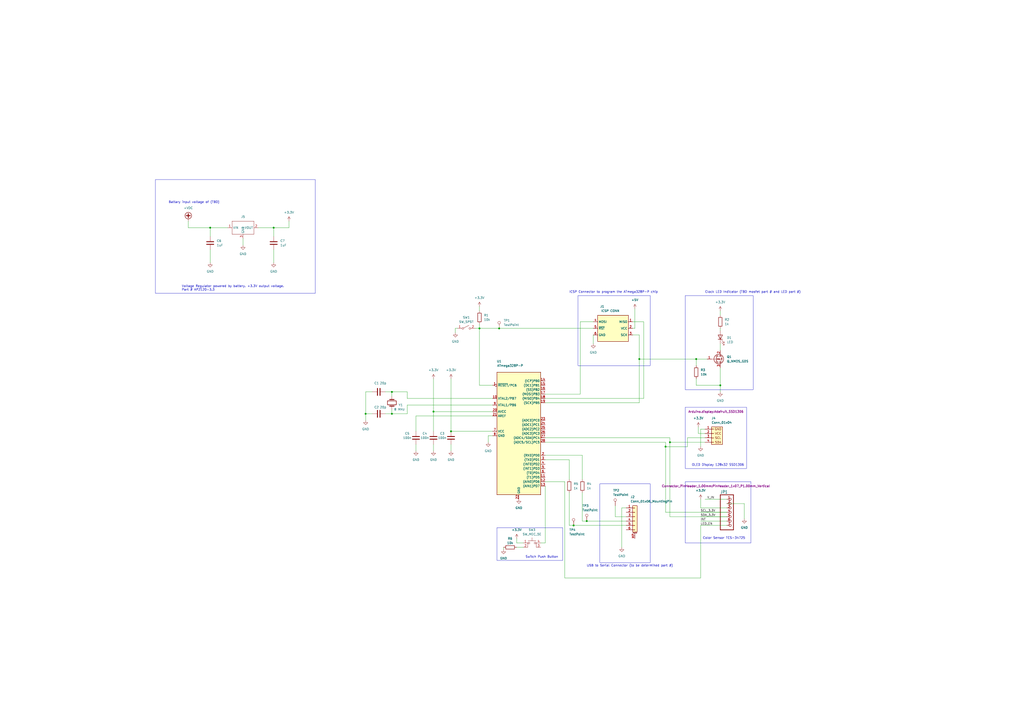
<source format=kicad_sch>
(kicad_sch (version 20230121) (generator eeschema)

  (uuid 3b213592-ad28-4b80-bc7a-214b9fe026d8)

  (paper "A2")

  (lib_symbols
    (symbol "Adafruit TCS34725-eagle-import:HEADER-1X770MIL" (in_bom yes) (on_board yes)
      (property "Reference" "JP" (at -6.35 10.795 0)
        (effects (font (size 1.778 1.5113)) (justify left bottom))
      )
      (property "Value" "" (at -6.35 -12.7 0)
        (effects (font (size 1.778 1.5113)) (justify left bottom))
      )
      (property "Footprint" "Adafruit TCS34725:1X07_ROUND_70" (at 0 0 0)
        (effects (font (size 1.27 1.27)) hide)
      )
      (property "Datasheet" "" (at 0 0 0)
        (effects (font (size 1.27 1.27)) hide)
      )
      (property "ki_locked" "" (at 0 0 0)
        (effects (font (size 1.27 1.27)))
      )
      (symbol "HEADER-1X770MIL_1_0"
        (polyline
          (pts
            (xy -6.35 -10.16)
            (xy 1.27 -10.16)
          )
          (stroke (width 0.4064) (type solid))
          (fill (type none))
        )
        (polyline
          (pts
            (xy -6.35 10.16)
            (xy -6.35 -10.16)
          )
          (stroke (width 0.4064) (type solid))
          (fill (type none))
        )
        (polyline
          (pts
            (xy 1.27 -10.16)
            (xy 1.27 10.16)
          )
          (stroke (width 0.4064) (type solid))
          (fill (type none))
        )
        (polyline
          (pts
            (xy 1.27 10.16)
            (xy -6.35 10.16)
          )
          (stroke (width 0.4064) (type solid))
          (fill (type none))
        )
        (pin passive inverted (at -2.54 7.62 0) (length 2.54)
          (name "1" (effects (font (size 0 0))))
          (number "1" (effects (font (size 1.27 1.27))))
        )
        (pin passive inverted (at -2.54 5.08 0) (length 2.54)
          (name "2" (effects (font (size 0 0))))
          (number "2" (effects (font (size 1.27 1.27))))
        )
        (pin passive inverted (at -2.54 2.54 0) (length 2.54)
          (name "3" (effects (font (size 0 0))))
          (number "3" (effects (font (size 1.27 1.27))))
        )
        (pin passive inverted (at -2.54 0 0) (length 2.54)
          (name "4" (effects (font (size 0 0))))
          (number "4" (effects (font (size 1.27 1.27))))
        )
        (pin passive inverted (at -2.54 -2.54 0) (length 2.54)
          (name "5" (effects (font (size 0 0))))
          (number "5" (effects (font (size 1.27 1.27))))
        )
        (pin passive inverted (at -2.54 -5.08 0) (length 2.54)
          (name "6" (effects (font (size 0 0))))
          (number "6" (effects (font (size 1.27 1.27))))
        )
        (pin passive inverted (at -2.54 -7.62 0) (length 2.54)
          (name "7" (effects (font (size 0 0))))
          (number "7" (effects (font (size 1.27 1.27))))
        )
      )
    )
    (symbol "Connector:Conn_PIC_ICSP_ICD" (in_bom yes) (on_board yes)
      (property "Reference" "J1" (at -3.81 12.7 0)
        (effects (font (size 1.27 1.27)) (justify right))
      )
      (property "Value" "ICSP CONN" (at 5.08 10.16 0)
        (effects (font (size 1.27 1.27)) (justify right))
      )
      (property "Footprint" "" (at 1.27 3.81 0)
        (effects (font (size 1.27 1.27)) hide)
      )
      (property "Datasheet" "http://ww1.microchip.com/downloads/en/devicedoc/30277d.pdf" (at -22.86 -5.08 90)
        (effects (font (size 1.27 1.27)) hide)
      )
      (property "ki_keywords" "icsp icd pic microchip" (at 0 0 0)
        (effects (font (size 1.27 1.27)) hide)
      )
      (property "ki_description" "Microchip PIC In-Circuit Serial Programming/Debugging (ICSP/ICD) connector" (at 0 0 0)
        (effects (font (size 1.27 1.27)) hide)
      )
      (property "ki_fp_filters" "PinHeader*1x06*P2.54mm* PinSocket*1x06*P2.54mm*" (at 0 0 0)
        (effects (font (size 1.27 1.27)) hide)
      )
      (symbol "Conn_PIC_ICSP_ICD_0_1"
        (rectangle (start -7.62 7.62) (end 10.16 -7.62)
          (stroke (width 0.254) (type default))
          (fill (type background))
        )
      )
      (symbol "Conn_PIC_ICSP_ICD_1_1"
        (pin bidirectional line (at 12.7 3.81 180) (length 2.54)
          (name "MISO" (effects (font (size 1.27 1.27))))
          (number "1" (effects (font (size 1.27 1.27))))
        )
        (pin output line (at 12.7 0 180) (length 2.54)
          (name "VCC" (effects (font (size 1.27 1.27))))
          (number "2" (effects (font (size 1.27 1.27))))
        )
        (pin output line (at 12.7 -3.81 180) (length 2.54)
          (name "SCK" (effects (font (size 1.27 1.27))))
          (number "3" (effects (font (size 1.27 1.27))))
        )
        (pin bidirectional line (at -10.16 3.81 0) (length 2.54)
          (name "MOSI" (effects (font (size 1.27 1.27))))
          (number "4" (effects (font (size 1.27 1.27))))
        )
        (pin output line (at -10.16 0 0) (length 2.54)
          (name "~{RST}" (effects (font (size 1.27 1.27))))
          (number "5" (effects (font (size 1.27 1.27))))
        )
        (pin output line (at -10.16 -3.81 0) (length 2.54)
          (name "GND" (effects (font (size 1.27 1.27))))
          (number "6" (effects (font (size 1.27 1.27))))
        )
      )
    )
    (symbol "Connector:TestPoint" (pin_numbers hide) (pin_names (offset 0.762) hide) (in_bom yes) (on_board yes)
      (property "Reference" "TP" (at 0 6.858 0)
        (effects (font (size 1.27 1.27)))
      )
      (property "Value" "TestPoint" (at 0 5.08 0)
        (effects (font (size 1.27 1.27)))
      )
      (property "Footprint" "" (at 5.08 0 0)
        (effects (font (size 1.27 1.27)) hide)
      )
      (property "Datasheet" "~" (at 5.08 0 0)
        (effects (font (size 1.27 1.27)) hide)
      )
      (property "ki_keywords" "test point tp" (at 0 0 0)
        (effects (font (size 1.27 1.27)) hide)
      )
      (property "ki_description" "test point" (at 0 0 0)
        (effects (font (size 1.27 1.27)) hide)
      )
      (property "ki_fp_filters" "Pin* Test*" (at 0 0 0)
        (effects (font (size 1.27 1.27)) hide)
      )
      (symbol "TestPoint_0_1"
        (circle (center 0 3.302) (radius 0.762)
          (stroke (width 0) (type default))
          (fill (type none))
        )
      )
      (symbol "TestPoint_1_1"
        (pin passive line (at 0 0 90) (length 2.54)
          (name "1" (effects (font (size 1.27 1.27))))
          (number "1" (effects (font (size 1.27 1.27))))
        )
      )
    )
    (symbol "Connector_Generic:Conn_01x04" (pin_names (offset 1.016) hide) (in_bom yes) (on_board yes)
      (property "Reference" "J4" (at -1.27 8.89 0)
        (effects (font (size 1.27 1.27)) (justify left))
      )
      (property "Value" "Conn_01x04" (at -1.27 6.35 0)
        (effects (font (size 1.27 1.27)) (justify left))
      )
      (property "Footprint" "" (at 0 0 0)
        (effects (font (size 1.27 1.27)) hide)
      )
      (property "Datasheet" "~" (at 0 0 0)
        (effects (font (size 1.27 1.27)) hide)
      )
      (property "ki_keywords" "connector" (at 0 0 0)
        (effects (font (size 1.27 1.27)) hide)
      )
      (property "ki_description" "Generic connector, single row, 01x04, script generated (kicad-library-utils/schlib/autogen/connector/)" (at 0 0 0)
        (effects (font (size 1.27 1.27)) hide)
      )
      (property "ki_fp_filters" "Connector*:*_1x??_*" (at 0 0 0)
        (effects (font (size 1.27 1.27)) hide)
      )
      (symbol "Conn_01x04_1_1"
        (rectangle (start -1.27 -4.953) (end 0 -5.207)
          (stroke (width 0.1524) (type default))
          (fill (type none))
        )
        (rectangle (start -1.27 -2.413) (end 0 -2.667)
          (stroke (width 0.1524) (type default))
          (fill (type none))
        )
        (rectangle (start -1.27 0.127) (end 0 -0.127)
          (stroke (width 0.1524) (type default))
          (fill (type none))
        )
        (rectangle (start -1.27 2.667) (end 0 2.413)
          (stroke (width 0.1524) (type default))
          (fill (type none))
        )
        (rectangle (start -1.27 3.81) (end 5.08 -6.35)
          (stroke (width 0.254) (type default))
          (fill (type background))
        )
        (text "GND" (at 2.54 2.54 0)
          (effects (font (size 1.27 1.27)))
        )
        (text "SCL\n" (at 2.54 -2.54 0)
          (effects (font (size 1.27 1.27)))
        )
        (text "SDA" (at 2.54 -5.08 0)
          (effects (font (size 1.27 1.27)))
        )
        (text "VCC" (at 2.54 0 0)
          (effects (font (size 1.27 1.27)))
        )
        (pin passive line (at -5.08 2.54 0) (length 3.81)
          (name "Pin_1" (effects (font (size 1.27 1.27))))
          (number "1" (effects (font (size 1.27 1.27))))
        )
        (pin passive line (at -5.08 0 0) (length 3.81)
          (name "Pin_2" (effects (font (size 1.27 1.27))))
          (number "2" (effects (font (size 1.27 1.27))))
        )
        (pin passive line (at -5.08 -2.54 0) (length 3.81)
          (name "Pin_3" (effects (font (size 1.27 1.27))))
          (number "3" (effects (font (size 1.27 1.27))))
        )
        (pin passive line (at -5.08 -5.08 0) (length 3.81)
          (name "Pin_4" (effects (font (size 1.27 1.27))))
          (number "4" (effects (font (size 1.27 1.27))))
        )
      )
    )
    (symbol "Connector_Generic_MountingPin:Conn_01x06_MountingPin" (pin_names (offset 1.016) hide) (in_bom yes) (on_board yes)
      (property "Reference" "J" (at 0 7.62 0)
        (effects (font (size 1.27 1.27)))
      )
      (property "Value" "Conn_01x06_MountingPin" (at 1.27 -10.16 0)
        (effects (font (size 1.27 1.27)) (justify left))
      )
      (property "Footprint" "" (at 0 0 0)
        (effects (font (size 1.27 1.27)) hide)
      )
      (property "Datasheet" "~" (at 0 0 0)
        (effects (font (size 1.27 1.27)) hide)
      )
      (property "ki_keywords" "connector" (at 0 0 0)
        (effects (font (size 1.27 1.27)) hide)
      )
      (property "ki_description" "Generic connectable mounting pin connector, single row, 01x06, script generated (kicad-library-utils/schlib/autogen/connector/)" (at 0 0 0)
        (effects (font (size 1.27 1.27)) hide)
      )
      (property "ki_fp_filters" "Connector*:*_1x??-1MP*" (at 0 0 0)
        (effects (font (size 1.27 1.27)) hide)
      )
      (symbol "Conn_01x06_MountingPin_1_1"
        (rectangle (start -1.27 -7.493) (end 0 -7.747)
          (stroke (width 0.1524) (type default))
          (fill (type none))
        )
        (rectangle (start -1.27 -4.953) (end 0 -5.207)
          (stroke (width 0.1524) (type default))
          (fill (type none))
        )
        (rectangle (start -1.27 -2.413) (end 0 -2.667)
          (stroke (width 0.1524) (type default))
          (fill (type none))
        )
        (rectangle (start -1.27 0.127) (end 0 -0.127)
          (stroke (width 0.1524) (type default))
          (fill (type none))
        )
        (rectangle (start -1.27 2.667) (end 0 2.413)
          (stroke (width 0.1524) (type default))
          (fill (type none))
        )
        (rectangle (start -1.27 5.207) (end 0 4.953)
          (stroke (width 0.1524) (type default))
          (fill (type none))
        )
        (rectangle (start -1.27 6.35) (end 1.27 -8.89)
          (stroke (width 0.254) (type default))
          (fill (type background))
        )
        (polyline
          (pts
            (xy -1.016 -9.652)
            (xy 1.016 -9.652)
          )
          (stroke (width 0.1524) (type default))
          (fill (type none))
        )
        (text "Mounting" (at 0 -9.271 0)
          (effects (font (size 0.381 0.381)))
        )
        (pin passive line (at -5.08 5.08 0) (length 3.81)
          (name "Pin_1" (effects (font (size 1.27 1.27))))
          (number "1" (effects (font (size 1.27 1.27))))
        )
        (pin passive line (at -5.08 2.54 0) (length 3.81)
          (name "Pin_2" (effects (font (size 1.27 1.27))))
          (number "2" (effects (font (size 1.27 1.27))))
        )
        (pin passive line (at -5.08 0 0) (length 3.81)
          (name "Pin_3" (effects (font (size 1.27 1.27))))
          (number "3" (effects (font (size 1.27 1.27))))
        )
        (pin passive line (at -5.08 -2.54 0) (length 3.81)
          (name "Pin_4" (effects (font (size 1.27 1.27))))
          (number "4" (effects (font (size 1.27 1.27))))
        )
        (pin passive line (at -5.08 -5.08 0) (length 3.81)
          (name "Pin_5" (effects (font (size 1.27 1.27))))
          (number "5" (effects (font (size 1.27 1.27))))
        )
        (pin passive line (at -5.08 -7.62 0) (length 3.81)
          (name "Pin_6" (effects (font (size 1.27 1.27))))
          (number "6" (effects (font (size 1.27 1.27))))
        )
        (pin passive line (at 0 -12.7 90) (length 3.048)
          (name "MountPin" (effects (font (size 1.27 1.27))))
          (number "MP" (effects (font (size 1.27 1.27))))
        )
      )
    )
    (symbol "Device:C" (pin_numbers hide) (pin_names (offset 0.254)) (in_bom yes) (on_board yes)
      (property "Reference" "C" (at 0.635 2.54 0)
        (effects (font (size 1.27 1.27)) (justify left))
      )
      (property "Value" "C" (at 0.635 -2.54 0)
        (effects (font (size 1.27 1.27)) (justify left))
      )
      (property "Footprint" "" (at 0.9652 -3.81 0)
        (effects (font (size 1.27 1.27)) hide)
      )
      (property "Datasheet" "~" (at 0 0 0)
        (effects (font (size 1.27 1.27)) hide)
      )
      (property "ki_keywords" "cap capacitor" (at 0 0 0)
        (effects (font (size 1.27 1.27)) hide)
      )
      (property "ki_description" "Unpolarized capacitor" (at 0 0 0)
        (effects (font (size 1.27 1.27)) hide)
      )
      (property "ki_fp_filters" "C_*" (at 0 0 0)
        (effects (font (size 1.27 1.27)) hide)
      )
      (symbol "C_0_1"
        (polyline
          (pts
            (xy -2.032 -0.762)
            (xy 2.032 -0.762)
          )
          (stroke (width 0.508) (type default))
          (fill (type none))
        )
        (polyline
          (pts
            (xy -2.032 0.762)
            (xy 2.032 0.762)
          )
          (stroke (width 0.508) (type default))
          (fill (type none))
        )
      )
      (symbol "C_1_1"
        (pin passive line (at 0 3.81 270) (length 2.794)
          (name "~" (effects (font (size 1.27 1.27))))
          (number "1" (effects (font (size 1.27 1.27))))
        )
        (pin passive line (at 0 -3.81 90) (length 2.794)
          (name "~" (effects (font (size 1.27 1.27))))
          (number "2" (effects (font (size 1.27 1.27))))
        )
      )
    )
    (symbol "Device:Crystal" (pin_numbers hide) (pin_names (offset 1.016) hide) (in_bom yes) (on_board yes)
      (property "Reference" "Y" (at 0 3.81 0)
        (effects (font (size 1.27 1.27)))
      )
      (property "Value" "Crystal" (at 0 -3.81 0)
        (effects (font (size 1.27 1.27)))
      )
      (property "Footprint" "" (at 0 0 0)
        (effects (font (size 1.27 1.27)) hide)
      )
      (property "Datasheet" "~" (at 0 0 0)
        (effects (font (size 1.27 1.27)) hide)
      )
      (property "ki_keywords" "quartz ceramic resonator oscillator" (at 0 0 0)
        (effects (font (size 1.27 1.27)) hide)
      )
      (property "ki_description" "Two pin crystal" (at 0 0 0)
        (effects (font (size 1.27 1.27)) hide)
      )
      (property "ki_fp_filters" "Crystal*" (at 0 0 0)
        (effects (font (size 1.27 1.27)) hide)
      )
      (symbol "Crystal_0_1"
        (rectangle (start -1.143 2.54) (end 1.143 -2.54)
          (stroke (width 0.3048) (type default))
          (fill (type none))
        )
        (polyline
          (pts
            (xy -2.54 0)
            (xy -1.905 0)
          )
          (stroke (width 0) (type default))
          (fill (type none))
        )
        (polyline
          (pts
            (xy -1.905 -1.27)
            (xy -1.905 1.27)
          )
          (stroke (width 0.508) (type default))
          (fill (type none))
        )
        (polyline
          (pts
            (xy 1.905 -1.27)
            (xy 1.905 1.27)
          )
          (stroke (width 0.508) (type default))
          (fill (type none))
        )
        (polyline
          (pts
            (xy 2.54 0)
            (xy 1.905 0)
          )
          (stroke (width 0) (type default))
          (fill (type none))
        )
      )
      (symbol "Crystal_1_1"
        (pin passive line (at -3.81 0 0) (length 1.27)
          (name "1" (effects (font (size 1.27 1.27))))
          (number "1" (effects (font (size 1.27 1.27))))
        )
        (pin passive line (at 3.81 0 180) (length 1.27)
          (name "2" (effects (font (size 1.27 1.27))))
          (number "2" (effects (font (size 1.27 1.27))))
        )
      )
    )
    (symbol "Device:LED" (pin_numbers hide) (pin_names (offset 1.016) hide) (in_bom yes) (on_board yes)
      (property "Reference" "D" (at 0 2.54 0)
        (effects (font (size 1.27 1.27)))
      )
      (property "Value" "LED" (at 0 -2.54 0)
        (effects (font (size 1.27 1.27)))
      )
      (property "Footprint" "" (at 0 0 0)
        (effects (font (size 1.27 1.27)) hide)
      )
      (property "Datasheet" "~" (at 0 0 0)
        (effects (font (size 1.27 1.27)) hide)
      )
      (property "ki_keywords" "LED diode" (at 0 0 0)
        (effects (font (size 1.27 1.27)) hide)
      )
      (property "ki_description" "Light emitting diode" (at 0 0 0)
        (effects (font (size 1.27 1.27)) hide)
      )
      (property "ki_fp_filters" "LED* LED_SMD:* LED_THT:*" (at 0 0 0)
        (effects (font (size 1.27 1.27)) hide)
      )
      (symbol "LED_0_1"
        (polyline
          (pts
            (xy -1.27 -1.27)
            (xy -1.27 1.27)
          )
          (stroke (width 0.254) (type default))
          (fill (type none))
        )
        (polyline
          (pts
            (xy -1.27 0)
            (xy 1.27 0)
          )
          (stroke (width 0) (type default))
          (fill (type none))
        )
        (polyline
          (pts
            (xy 1.27 -1.27)
            (xy 1.27 1.27)
            (xy -1.27 0)
            (xy 1.27 -1.27)
          )
          (stroke (width 0.254) (type default))
          (fill (type none))
        )
        (polyline
          (pts
            (xy -3.048 -0.762)
            (xy -4.572 -2.286)
            (xy -3.81 -2.286)
            (xy -4.572 -2.286)
            (xy -4.572 -1.524)
          )
          (stroke (width 0) (type default))
          (fill (type none))
        )
        (polyline
          (pts
            (xy -1.778 -0.762)
            (xy -3.302 -2.286)
            (xy -2.54 -2.286)
            (xy -3.302 -2.286)
            (xy -3.302 -1.524)
          )
          (stroke (width 0) (type default))
          (fill (type none))
        )
      )
      (symbol "LED_1_1"
        (pin passive line (at -3.81 0 0) (length 2.54)
          (name "K" (effects (font (size 1.27 1.27))))
          (number "1" (effects (font (size 1.27 1.27))))
        )
        (pin passive line (at 3.81 0 180) (length 2.54)
          (name "A" (effects (font (size 1.27 1.27))))
          (number "2" (effects (font (size 1.27 1.27))))
        )
      )
    )
    (symbol "Device:Q_NMOS_GDS" (pin_names (offset 0) hide) (in_bom yes) (on_board yes)
      (property "Reference" "Q" (at 5.08 1.27 0)
        (effects (font (size 1.27 1.27)) (justify left))
      )
      (property "Value" "Q_NMOS_GDS" (at 5.08 -1.27 0)
        (effects (font (size 1.27 1.27)) (justify left))
      )
      (property "Footprint" "" (at 5.08 2.54 0)
        (effects (font (size 1.27 1.27)) hide)
      )
      (property "Datasheet" "~" (at 0 0 0)
        (effects (font (size 1.27 1.27)) hide)
      )
      (property "ki_keywords" "transistor NMOS N-MOS N-MOSFET" (at 0 0 0)
        (effects (font (size 1.27 1.27)) hide)
      )
      (property "ki_description" "N-MOSFET transistor, gate/drain/source" (at 0 0 0)
        (effects (font (size 1.27 1.27)) hide)
      )
      (symbol "Q_NMOS_GDS_0_1"
        (polyline
          (pts
            (xy 0.254 0)
            (xy -2.54 0)
          )
          (stroke (width 0) (type default))
          (fill (type none))
        )
        (polyline
          (pts
            (xy 0.254 1.905)
            (xy 0.254 -1.905)
          )
          (stroke (width 0.254) (type default))
          (fill (type none))
        )
        (polyline
          (pts
            (xy 0.762 -1.27)
            (xy 0.762 -2.286)
          )
          (stroke (width 0.254) (type default))
          (fill (type none))
        )
        (polyline
          (pts
            (xy 0.762 0.508)
            (xy 0.762 -0.508)
          )
          (stroke (width 0.254) (type default))
          (fill (type none))
        )
        (polyline
          (pts
            (xy 0.762 2.286)
            (xy 0.762 1.27)
          )
          (stroke (width 0.254) (type default))
          (fill (type none))
        )
        (polyline
          (pts
            (xy 2.54 2.54)
            (xy 2.54 1.778)
          )
          (stroke (width 0) (type default))
          (fill (type none))
        )
        (polyline
          (pts
            (xy 2.54 -2.54)
            (xy 2.54 0)
            (xy 0.762 0)
          )
          (stroke (width 0) (type default))
          (fill (type none))
        )
        (polyline
          (pts
            (xy 0.762 -1.778)
            (xy 3.302 -1.778)
            (xy 3.302 1.778)
            (xy 0.762 1.778)
          )
          (stroke (width 0) (type default))
          (fill (type none))
        )
        (polyline
          (pts
            (xy 1.016 0)
            (xy 2.032 0.381)
            (xy 2.032 -0.381)
            (xy 1.016 0)
          )
          (stroke (width 0) (type default))
          (fill (type outline))
        )
        (polyline
          (pts
            (xy 2.794 0.508)
            (xy 2.921 0.381)
            (xy 3.683 0.381)
            (xy 3.81 0.254)
          )
          (stroke (width 0) (type default))
          (fill (type none))
        )
        (polyline
          (pts
            (xy 3.302 0.381)
            (xy 2.921 -0.254)
            (xy 3.683 -0.254)
            (xy 3.302 0.381)
          )
          (stroke (width 0) (type default))
          (fill (type none))
        )
        (circle (center 1.651 0) (radius 2.794)
          (stroke (width 0.254) (type default))
          (fill (type none))
        )
        (circle (center 2.54 -1.778) (radius 0.254)
          (stroke (width 0) (type default))
          (fill (type outline))
        )
        (circle (center 2.54 1.778) (radius 0.254)
          (stroke (width 0) (type default))
          (fill (type outline))
        )
      )
      (symbol "Q_NMOS_GDS_1_1"
        (pin input line (at -5.08 0 0) (length 2.54)
          (name "G" (effects (font (size 1.27 1.27))))
          (number "1" (effects (font (size 1.27 1.27))))
        )
        (pin passive line (at 2.54 5.08 270) (length 2.54)
          (name "D" (effects (font (size 1.27 1.27))))
          (number "2" (effects (font (size 1.27 1.27))))
        )
        (pin passive line (at 2.54 -5.08 90) (length 2.54)
          (name "S" (effects (font (size 1.27 1.27))))
          (number "3" (effects (font (size 1.27 1.27))))
        )
      )
    )
    (symbol "Device:R" (pin_numbers hide) (pin_names (offset 0)) (in_bom yes) (on_board yes)
      (property "Reference" "R" (at 2.032 0 90)
        (effects (font (size 1.27 1.27)))
      )
      (property "Value" "R" (at 0 0 90)
        (effects (font (size 1.27 1.27)))
      )
      (property "Footprint" "" (at -1.778 0 90)
        (effects (font (size 1.27 1.27)) hide)
      )
      (property "Datasheet" "~" (at 0 0 0)
        (effects (font (size 1.27 1.27)) hide)
      )
      (property "ki_keywords" "R res resistor" (at 0 0 0)
        (effects (font (size 1.27 1.27)) hide)
      )
      (property "ki_description" "Resistor" (at 0 0 0)
        (effects (font (size 1.27 1.27)) hide)
      )
      (property "ki_fp_filters" "R_*" (at 0 0 0)
        (effects (font (size 1.27 1.27)) hide)
      )
      (symbol "R_0_1"
        (rectangle (start -1.016 -2.54) (end 1.016 2.54)
          (stroke (width 0.254) (type default))
          (fill (type none))
        )
      )
      (symbol "R_1_1"
        (pin passive line (at 0 3.81 270) (length 1.27)
          (name "~" (effects (font (size 1.27 1.27))))
          (number "1" (effects (font (size 1.27 1.27))))
        )
        (pin passive line (at 0 -3.81 90) (length 1.27)
          (name "~" (effects (font (size 1.27 1.27))))
          (number "2" (effects (font (size 1.27 1.27))))
        )
      )
    )
    (symbol "MCU_Microchip_ATmega:ATmega328P-P" (in_bom yes) (on_board yes)
      (property "Reference" "U1" (at -19.05 41.91 0)
        (effects (font (size 1.27 1.27)))
      )
      (property "Value" "ATmega328P-P" (at -20.32 39.37 0)
        (effects (font (size 1.27 1.27)))
      )
      (property "Footprint" "Package_DIP:DIP-28_W7.62mm" (at -35.56 -5.08 0)
        (effects (font (size 1.27 1.27) italic) hide)
      )
      (property "Datasheet" "http://ww1.microchip.com/downloads/en/DeviceDoc/ATmega328_P%20AVR%20MCU%20with%20picoPower%20Technology%20Data%20Sheet%2040001984A.pdf" (at -5.08 -50.8 0)
        (effects (font (size 1.27 1.27)) hide)
      )
      (property "ki_keywords" "AVR 8bit Microcontroller MegaAVR PicoPower" (at 0 0 0)
        (effects (font (size 1.27 1.27)) hide)
      )
      (property "ki_description" "20MHz, 32kB Flash, 2kB SRAM, 1kB EEPROM, DIP-28" (at 0 0 0)
        (effects (font (size 1.27 1.27)) hide)
      )
      (property "ki_fp_filters" "DIP*W7.62mm*" (at 0 0 0)
        (effects (font (size 1.27 1.27)) hide)
      )
      (symbol "ATmega328P-P_0_1"
        (rectangle (start -12.7 35.56) (end 12.7 -35.56)
          (stroke (width 0.254) (type default))
          (fill (type background))
        )
      )
      (symbol "ATmega328P-P_1_1"
        (pin bidirectional inverted (at -15.24 27.94 0) (length 2.54)
          (name "~{RESET}/PC6" (effects (font (size 1.27 1.27))))
          (number "1" (effects (font (size 1.27 1.27))))
        )
        (pin bidirectional line (at -15.24 20.32 0) (length 2.54)
          (name "XTAL2/PB7" (effects (font (size 1.27 1.27))))
          (number "10" (effects (font (size 1.27 1.27))))
        )
        (pin bidirectional line (at 15.24 -25.4 180) (length 2.54)
          (name "(T1)PD5" (effects (font (size 1.27 1.27))))
          (number "11" (effects (font (size 1.27 1.27))))
        )
        (pin bidirectional line (at 15.24 -27.94 180) (length 2.54)
          (name "(AIN0)PD6" (effects (font (size 1.27 1.27))))
          (number "12" (effects (font (size 1.27 1.27))))
        )
        (pin bidirectional line (at 15.24 -30.48 180) (length 2.54)
          (name "(AIN1)PD7" (effects (font (size 1.27 1.27))))
          (number "13" (effects (font (size 1.27 1.27))))
        )
        (pin bidirectional line (at 15.24 30.48 180) (length 2.54)
          (name "(ICP)PB0" (effects (font (size 1.27 1.27))))
          (number "14" (effects (font (size 1.27 1.27))))
        )
        (pin bidirectional line (at 15.24 27.94 180) (length 2.54)
          (name "(OC1)PB1" (effects (font (size 1.27 1.27))))
          (number "15" (effects (font (size 1.27 1.27))))
        )
        (pin bidirectional line (at 15.24 25.4 180) (length 2.54)
          (name "(SS)PB2" (effects (font (size 1.27 1.27))))
          (number "16" (effects (font (size 1.27 1.27))))
        )
        (pin bidirectional line (at 15.24 22.86 180) (length 2.54)
          (name "(MOSI)PB3" (effects (font (size 1.27 1.27))))
          (number "17" (effects (font (size 1.27 1.27))))
        )
        (pin bidirectional line (at 15.24 20.32 180) (length 2.54)
          (name "(MISO)PB4" (effects (font (size 1.27 1.27))))
          (number "18" (effects (font (size 1.27 1.27))))
        )
        (pin bidirectional line (at 15.24 17.78 180) (length 2.54)
          (name "(SCK)PB5" (effects (font (size 1.27 1.27))))
          (number "19" (effects (font (size 1.27 1.27))))
        )
        (pin bidirectional line (at 15.24 -12.7 180) (length 2.54)
          (name "(RXD)PD0" (effects (font (size 1.27 1.27))))
          (number "2" (effects (font (size 1.27 1.27))))
        )
        (pin power_in line (at -15.24 12.7 0) (length 2.54)
          (name "AVCC" (effects (font (size 1.27 1.27))))
          (number "20" (effects (font (size 1.27 1.27))))
        )
        (pin passive line (at -15.24 10.16 0) (length 2.54)
          (name "AREF" (effects (font (size 1.27 1.27))))
          (number "21" (effects (font (size 1.27 1.27))))
        )
        (pin passive line (at 0 -38.1 90) (length 2.54)
          (name "GND" (effects (font (size 1.27 1.27))))
          (number "22" (effects (font (size 1.27 1.27))))
        )
        (pin bidirectional line (at 15.24 7.62 180) (length 2.54)
          (name "(ADC0)PC0" (effects (font (size 1.27 1.27))))
          (number "23" (effects (font (size 1.27 1.27))))
        )
        (pin bidirectional line (at 15.24 5.08 180) (length 2.54)
          (name "(ADC1)PC1" (effects (font (size 1.27 1.27))))
          (number "24" (effects (font (size 1.27 1.27))))
        )
        (pin bidirectional line (at 15.24 2.54 180) (length 2.54)
          (name "(ADC2)PC2" (effects (font (size 1.27 1.27))))
          (number "25" (effects (font (size 1.27 1.27))))
        )
        (pin bidirectional line (at 15.24 0 180) (length 2.54)
          (name "(ADC3)PC3" (effects (font (size 1.27 1.27))))
          (number "26" (effects (font (size 1.27 1.27))))
        )
        (pin bidirectional line (at 15.24 -2.54 180) (length 2.54)
          (name "(ADC4/SDA)PC4" (effects (font (size 1.27 1.27))))
          (number "27" (effects (font (size 1.27 1.27))))
        )
        (pin bidirectional line (at 15.24 -5.08 180) (length 2.54)
          (name "(ADC5/SCL)PC5" (effects (font (size 1.27 1.27))))
          (number "28" (effects (font (size 1.27 1.27))))
        )
        (pin bidirectional line (at 15.24 -15.24 180) (length 2.54)
          (name "(TXD)PD1" (effects (font (size 1.27 1.27))))
          (number "3" (effects (font (size 1.27 1.27))))
        )
        (pin bidirectional line (at 15.24 -17.78 180) (length 2.54)
          (name "(INT0)PD2" (effects (font (size 1.27 1.27))))
          (number "4" (effects (font (size 1.27 1.27))))
        )
        (pin bidirectional line (at 15.24 -20.32 180) (length 2.54)
          (name "(INT1)PD3" (effects (font (size 1.27 1.27))))
          (number "5" (effects (font (size 1.27 1.27))))
        )
        (pin bidirectional line (at 15.24 -22.86 180) (length 2.54)
          (name "(T0)PD4" (effects (font (size 1.27 1.27))))
          (number "6" (effects (font (size 1.27 1.27))))
        )
        (pin power_in line (at -15.24 1.27 0) (length 2.54)
          (name "VCC" (effects (font (size 1.27 1.27))))
          (number "7" (effects (font (size 1.27 1.27))))
        )
        (pin power_in line (at -15.24 -1.27 0) (length 2.54)
          (name "GND" (effects (font (size 1.27 1.27))))
          (number "8" (effects (font (size 1.27 1.27))))
        )
        (pin bidirectional line (at -15.24 16.51 0) (length 2.54)
          (name "XTAL1/PB6" (effects (font (size 1.27 1.27))))
          (number "9" (effects (font (size 1.27 1.27))))
        )
      )
    )
    (symbol "Regulator_Linear:AP2120-3.3" (in_bom yes) (on_board yes)
      (property "Reference" "J" (at 0 8.89 0)
        (effects (font (size 1.27 1.27)))
      )
      (property "Value" "" (at 0 0 0)
        (effects (font (size 1.27 1.27)))
      )
      (property "Footprint" "" (at 0 0 0)
        (effects (font (size 1.27 1.27)) hide)
      )
      (property "Datasheet" "" (at 0 0 0)
        (effects (font (size 1.27 1.27)) hide)
      )
      (symbol "AP2120-3.3_0_1"
        (rectangle (start -6.35 3.81) (end 6.35 -3.81)
          (stroke (width 0) (type default))
          (fill (type none))
        )
      )
      (symbol "AP2120-3.3_1_1"
        (pin input line (at -8.89 0 0) (length 2.54)
          (name "VIN" (effects (font (size 1.27 1.27))))
          (number "1" (effects (font (size 1.27 1.27))))
        )
        (pin input line (at 8.89 0 180) (length 2.54)
          (name "VOUT" (effects (font (size 1.27 1.27))))
          (number "2" (effects (font (size 1.27 1.27))))
        )
        (pin input line (at 0 -6.35 90) (length 2.54)
          (name "GND" (effects (font (size 1.27 1.27))))
          (number "3" (effects (font (size 1.27 1.27))))
        )
      )
    )
    (symbol "Switch:SW_MEC_5E" (pin_names (offset 1.016) hide) (in_bom yes) (on_board yes)
      (property "Reference" "SW" (at 0.635 5.715 0)
        (effects (font (size 1.27 1.27)) (justify left))
      )
      (property "Value" "SW_MEC_5E" (at 0 -3.175 0)
        (effects (font (size 1.27 1.27)))
      )
      (property "Footprint" "" (at 0 7.62 0)
        (effects (font (size 1.27 1.27)) hide)
      )
      (property "Datasheet" "http://www.apem.com/int/index.php?controller=attachment&id_attachment=1371" (at 0 7.62 0)
        (effects (font (size 1.27 1.27)) hide)
      )
      (property "ki_keywords" "switch normally-open pushbutton push-button" (at 0 0 0)
        (effects (font (size 1.27 1.27)) hide)
      )
      (property "ki_description" "MEC 5E single pole normally-open tactile switch" (at 0 0 0)
        (effects (font (size 1.27 1.27)) hide)
      )
      (property "ki_fp_filters" "SW*MEC*5G*" (at 0 0 0)
        (effects (font (size 1.27 1.27)) hide)
      )
      (symbol "SW_MEC_5E_0_1"
        (circle (center -1.778 2.54) (radius 0.508)
          (stroke (width 0) (type default))
          (fill (type none))
        )
        (polyline
          (pts
            (xy -2.286 3.81)
            (xy 2.286 3.81)
          )
          (stroke (width 0) (type default))
          (fill (type none))
        )
        (polyline
          (pts
            (xy 0 3.81)
            (xy 0 5.588)
          )
          (stroke (width 0) (type default))
          (fill (type none))
        )
        (polyline
          (pts
            (xy -2.54 0)
            (xy -2.54 2.54)
            (xy -2.286 2.54)
          )
          (stroke (width 0) (type default))
          (fill (type none))
        )
        (polyline
          (pts
            (xy 2.54 0)
            (xy 2.54 2.54)
            (xy 2.286 2.54)
          )
          (stroke (width 0) (type default))
          (fill (type none))
        )
        (circle (center 1.778 2.54) (radius 0.508)
          (stroke (width 0) (type default))
          (fill (type none))
        )
        (pin passive line (at -5.08 2.54 0) (length 2.54)
          (name "1" (effects (font (size 1.27 1.27))))
          (number "1" (effects (font (size 1.27 1.27))))
        )
        (pin passive line (at -5.08 0 0) (length 2.54)
          (name "2" (effects (font (size 1.27 1.27))))
          (number "2" (effects (font (size 1.27 1.27))))
        )
        (pin passive line (at 5.08 0 180) (length 2.54)
          (name "K" (effects (font (size 1.27 1.27))))
          (number "3" (effects (font (size 1.27 1.27))))
        )
        (pin passive line (at 5.08 2.54 180) (length 2.54)
          (name "A" (effects (font (size 1.27 1.27))))
          (number "4" (effects (font (size 1.27 1.27))))
        )
      )
    )
    (symbol "Switch:SW_SPST" (pin_names (offset 0) hide) (in_bom yes) (on_board yes)
      (property "Reference" "SW" (at 0 3.175 0)
        (effects (font (size 1.27 1.27)))
      )
      (property "Value" "SW_SPST" (at 0 -2.54 0)
        (effects (font (size 1.27 1.27)))
      )
      (property "Footprint" "" (at 0 0 0)
        (effects (font (size 1.27 1.27)) hide)
      )
      (property "Datasheet" "~" (at 0 0 0)
        (effects (font (size 1.27 1.27)) hide)
      )
      (property "ki_keywords" "switch lever" (at 0 0 0)
        (effects (font (size 1.27 1.27)) hide)
      )
      (property "ki_description" "Single Pole Single Throw (SPST) switch" (at 0 0 0)
        (effects (font (size 1.27 1.27)) hide)
      )
      (symbol "SW_SPST_0_0"
        (circle (center -2.032 0) (radius 0.508)
          (stroke (width 0) (type default))
          (fill (type none))
        )
        (polyline
          (pts
            (xy -1.524 0.254)
            (xy 1.524 1.778)
          )
          (stroke (width 0) (type default))
          (fill (type none))
        )
        (circle (center 2.032 0) (radius 0.508)
          (stroke (width 0) (type default))
          (fill (type none))
        )
      )
      (symbol "SW_SPST_1_1"
        (pin passive line (at -5.08 0 0) (length 2.54)
          (name "A" (effects (font (size 1.27 1.27))))
          (number "1" (effects (font (size 1.27 1.27))))
        )
        (pin passive line (at 5.08 0 180) (length 2.54)
          (name "B" (effects (font (size 1.27 1.27))))
          (number "2" (effects (font (size 1.27 1.27))))
        )
      )
    )
    (symbol "power:+3.3V" (power) (pin_names (offset 0)) (in_bom yes) (on_board yes)
      (property "Reference" "#PWR" (at 0 -3.81 0)
        (effects (font (size 1.27 1.27)) hide)
      )
      (property "Value" "+3.3V" (at 0 3.556 0)
        (effects (font (size 1.27 1.27)))
      )
      (property "Footprint" "" (at 0 0 0)
        (effects (font (size 1.27 1.27)) hide)
      )
      (property "Datasheet" "" (at 0 0 0)
        (effects (font (size 1.27 1.27)) hide)
      )
      (property "ki_keywords" "global power" (at 0 0 0)
        (effects (font (size 1.27 1.27)) hide)
      )
      (property "ki_description" "Power symbol creates a global label with name \"+3.3V\"" (at 0 0 0)
        (effects (font (size 1.27 1.27)) hide)
      )
      (symbol "+3.3V_0_1"
        (polyline
          (pts
            (xy -0.762 1.27)
            (xy 0 2.54)
          )
          (stroke (width 0) (type default))
          (fill (type none))
        )
        (polyline
          (pts
            (xy 0 0)
            (xy 0 2.54)
          )
          (stroke (width 0) (type default))
          (fill (type none))
        )
        (polyline
          (pts
            (xy 0 2.54)
            (xy 0.762 1.27)
          )
          (stroke (width 0) (type default))
          (fill (type none))
        )
      )
      (symbol "+3.3V_1_1"
        (pin power_in line (at 0 0 90) (length 0) hide
          (name "+3.3V" (effects (font (size 1.27 1.27))))
          (number "1" (effects (font (size 1.27 1.27))))
        )
      )
    )
    (symbol "power:+5V" (power) (pin_names (offset 0)) (in_bom yes) (on_board yes)
      (property "Reference" "#PWR" (at 0 -3.81 0)
        (effects (font (size 1.27 1.27)) hide)
      )
      (property "Value" "+5V" (at 0 3.556 0)
        (effects (font (size 1.27 1.27)))
      )
      (property "Footprint" "" (at 0 0 0)
        (effects (font (size 1.27 1.27)) hide)
      )
      (property "Datasheet" "" (at 0 0 0)
        (effects (font (size 1.27 1.27)) hide)
      )
      (property "ki_keywords" "global power" (at 0 0 0)
        (effects (font (size 1.27 1.27)) hide)
      )
      (property "ki_description" "Power symbol creates a global label with name \"+5V\"" (at 0 0 0)
        (effects (font (size 1.27 1.27)) hide)
      )
      (symbol "+5V_0_1"
        (polyline
          (pts
            (xy -0.762 1.27)
            (xy 0 2.54)
          )
          (stroke (width 0) (type default))
          (fill (type none))
        )
        (polyline
          (pts
            (xy 0 0)
            (xy 0 2.54)
          )
          (stroke (width 0) (type default))
          (fill (type none))
        )
        (polyline
          (pts
            (xy 0 2.54)
            (xy 0.762 1.27)
          )
          (stroke (width 0) (type default))
          (fill (type none))
        )
      )
      (symbol "+5V_1_1"
        (pin power_in line (at 0 0 90) (length 0) hide
          (name "+5V" (effects (font (size 1.27 1.27))))
          (number "1" (effects (font (size 1.27 1.27))))
        )
      )
    )
    (symbol "power:+VDC" (power) (pin_names (offset 0)) (in_bom yes) (on_board yes)
      (property "Reference" "#PWR" (at 0 -2.54 0)
        (effects (font (size 1.27 1.27)) hide)
      )
      (property "Value" "+VDC" (at 0 6.35 0)
        (effects (font (size 1.27 1.27)))
      )
      (property "Footprint" "" (at 0 0 0)
        (effects (font (size 1.27 1.27)) hide)
      )
      (property "Datasheet" "" (at 0 0 0)
        (effects (font (size 1.27 1.27)) hide)
      )
      (property "ki_keywords" "global power" (at 0 0 0)
        (effects (font (size 1.27 1.27)) hide)
      )
      (property "ki_description" "Power symbol creates a global label with name \"+VDC\"" (at 0 0 0)
        (effects (font (size 1.27 1.27)) hide)
      )
      (symbol "+VDC_0_1"
        (polyline
          (pts
            (xy -1.143 3.175)
            (xy 1.143 3.175)
          )
          (stroke (width 0.508) (type default))
          (fill (type none))
        )
        (polyline
          (pts
            (xy 0 0)
            (xy 0 1.27)
          )
          (stroke (width 0) (type default))
          (fill (type none))
        )
        (polyline
          (pts
            (xy 0 2.032)
            (xy 0 4.318)
          )
          (stroke (width 0.508) (type default))
          (fill (type none))
        )
        (circle (center 0 3.175) (radius 1.905)
          (stroke (width 0.254) (type default))
          (fill (type none))
        )
      )
      (symbol "+VDC_1_1"
        (pin power_in line (at 0 0 90) (length 0) hide
          (name "+VDC" (effects (font (size 1.27 1.27))))
          (number "1" (effects (font (size 1.27 1.27))))
        )
      )
    )
    (symbol "power:GND" (power) (pin_names (offset 0)) (in_bom yes) (on_board yes)
      (property "Reference" "#PWR" (at 0 -6.35 0)
        (effects (font (size 1.27 1.27)) hide)
      )
      (property "Value" "GND" (at 0 -3.81 0)
        (effects (font (size 1.27 1.27)))
      )
      (property "Footprint" "" (at 0 0 0)
        (effects (font (size 1.27 1.27)) hide)
      )
      (property "Datasheet" "" (at 0 0 0)
        (effects (font (size 1.27 1.27)) hide)
      )
      (property "ki_keywords" "global power" (at 0 0 0)
        (effects (font (size 1.27 1.27)) hide)
      )
      (property "ki_description" "Power symbol creates a global label with name \"GND\" , ground" (at 0 0 0)
        (effects (font (size 1.27 1.27)) hide)
      )
      (symbol "GND_0_1"
        (polyline
          (pts
            (xy 0 0)
            (xy 0 -1.27)
            (xy 1.27 -1.27)
            (xy 0 -2.54)
            (xy -1.27 -1.27)
            (xy 0 -1.27)
          )
          (stroke (width 0) (type default))
          (fill (type none))
        )
      )
      (symbol "GND_1_1"
        (pin power_in line (at 0 0 270) (length 0) hide
          (name "GND" (effects (font (size 1.27 1.27))))
          (number "1" (effects (font (size 1.27 1.27))))
        )
      )
    )
  )

  (junction (at 403.86 208.28) (diameter 0) (color 0 0 0 0)
    (uuid 226854a6-a0fd-4cf2-b139-6b5fa7808539)
  )
  (junction (at 227.33 227.33) (diameter 0) (color 0 0 0 0)
    (uuid 33895b64-5b62-4609-ab76-c032c21e6c29)
  )
  (junction (at 227.33 240.03) (diameter 0) (color 0 0 0 0)
    (uuid 3526ad19-27fd-4f29-9601-0e9c618282bb)
  )
  (junction (at 417.83 223.52) (diameter 0) (color 0 0 0 0)
    (uuid 36613b6c-e610-4c55-a9d3-7d55f0cee5f5)
  )
  (junction (at 386.08 259.08) (diameter 0) (color 0 0 0 0)
    (uuid 36d3b15d-607e-4a84-9737-e5aa5720ff92)
  )
  (junction (at 121.92 132.08) (diameter 0) (color 0 0 0 0)
    (uuid 40c9b0ca-0104-4b27-90e6-b53e0e490794)
  )
  (junction (at 212.09 240.03) (diameter 0) (color 0 0 0 0)
    (uuid 448a3ee5-93d4-43af-a552-5b891927f185)
  )
  (junction (at 261.62 250.19) (diameter 0) (color 0 0 0 0)
    (uuid 4d466ee8-6bbd-4a06-a7a4-67ae8ccfe3e1)
  )
  (junction (at 278.13 190.5) (diameter 0) (color 0 0 0 0)
    (uuid 69edbd4d-37fd-448c-ba4f-21ebd9876a6c)
  )
  (junction (at 340.36 302.26) (diameter 0) (color 0 0 0 0)
    (uuid 72fa4af4-faf2-4600-8c99-176ea70fb290)
  )
  (junction (at 388.62 256.54) (diameter 0) (color 0 0 0 0)
    (uuid 7cf712b7-08fd-45eb-aacf-511a3ceb15d2)
  )
  (junction (at 370.84 208.28) (diameter 0) (color 0 0 0 0)
    (uuid 8693ec29-6e53-4dbe-80cb-dff2f07d1012)
  )
  (junction (at 251.46 238.76) (diameter 0) (color 0 0 0 0)
    (uuid 982f13c7-cfae-4288-9871-bc5f09eaa914)
  )
  (junction (at 332.74 304.8) (diameter 0) (color 0 0 0 0)
    (uuid 98387cd4-ba8d-4848-bcad-986f56f9139d)
  )
  (junction (at 289.56 190.5) (diameter 0) (color 0 0 0 0)
    (uuid ae88ee50-eca7-48ff-811e-19cac079836d)
  )
  (junction (at 158.75 132.08) (diameter 0) (color 0 0 0 0)
    (uuid f5082d63-79f2-4433-b663-fa190fc8a466)
  )

  (wire (pts (xy 132.08 132.08) (xy 121.92 132.08))
    (stroke (width 0) (type default))
    (uuid 01a541ee-07b4-4866-8083-a58a88b2fa0d)
  )
  (wire (pts (xy 223.52 240.03) (xy 227.33 240.03))
    (stroke (width 0) (type default))
    (uuid 02713049-dc83-4356-8b14-c7da9566c1b0)
  )
  (wire (pts (xy 285.75 252.73) (xy 283.21 252.73))
    (stroke (width 0) (type default))
    (uuid 0586c538-a600-4a96-80cf-b767f04ece64)
  )
  (wire (pts (xy 316.23 279.4) (xy 327.66 279.4))
    (stroke (width 0) (type default))
    (uuid 0a9a6829-9c3b-4575-b337-48d771bd9fad)
  )
  (wire (pts (xy 370.84 208.28) (xy 370.84 233.68))
    (stroke (width 0) (type default))
    (uuid 0b01f9ab-4048-4d93-9f52-efaf95c0aa97)
  )
  (wire (pts (xy 367.03 194.31) (xy 370.84 194.31))
    (stroke (width 0) (type default))
    (uuid 0c9aa210-4253-48ad-90fe-4cc90b69b007)
  )
  (wire (pts (xy 299.72 317.5) (xy 303.53 317.5))
    (stroke (width 0) (type default))
    (uuid 0d21f90d-482c-4bd1-80db-713124864710)
  )
  (wire (pts (xy 330.2 304.8) (xy 332.74 304.8))
    (stroke (width 0) (type default))
    (uuid 0e468fbc-d9b5-4741-b109-634daa41307d)
  )
  (wire (pts (xy 332.74 304.8) (xy 363.22 304.8))
    (stroke (width 0) (type default))
    (uuid 13e9546e-cf84-4897-9c61-54c3433e92ef)
  )
  (wire (pts (xy 344.17 194.31) (xy 344.17 199.39))
    (stroke (width 0) (type default))
    (uuid 15d30daf-c8ed-4e49-851c-d98c7a42ff3b)
  )
  (wire (pts (xy 299.72 312.42) (xy 299.72 314.96))
    (stroke (width 0) (type default))
    (uuid 1657d18b-22ee-45b8-9314-6e81cb3a41f6)
  )
  (wire (pts (xy 388.62 256.54) (xy 388.62 254))
    (stroke (width 0) (type default))
    (uuid 16d3d612-8897-4efc-bc16-136d84ef47c2)
  )
  (wire (pts (xy 386.08 297.18) (xy 421.64 297.18))
    (stroke (width 0) (type default))
    (uuid 1990a096-b32e-4b8f-a10b-2b00f8950fc5)
  )
  (wire (pts (xy 356.87 293.37) (xy 356.87 299.72))
    (stroke (width 0) (type default))
    (uuid 1b602bbd-21d0-4d1e-a779-607da80ab797)
  )
  (wire (pts (xy 292.1 317.5) (xy 292.1 318.77))
    (stroke (width 0) (type default))
    (uuid 1dbb0018-cfe0-4886-8408-46f78ef166f1)
  )
  (wire (pts (xy 373.38 231.14) (xy 373.38 186.69))
    (stroke (width 0) (type default))
    (uuid 1f9b9cfe-04c0-49e4-b714-5cc3de89c735)
  )
  (wire (pts (xy 158.75 144.78) (xy 158.75 152.4))
    (stroke (width 0) (type default))
    (uuid 21ff9193-0ad2-4544-813c-599e63e2a2d1)
  )
  (wire (pts (xy 236.22 231.14) (xy 236.22 227.33))
    (stroke (width 0) (type default))
    (uuid 23a648fb-5201-47df-aa33-af8a2d7b1cfb)
  )
  (wire (pts (xy 251.46 257.81) (xy 251.46 261.62))
    (stroke (width 0) (type default))
    (uuid 23f4701b-5ccb-4d85-9c69-8a418eea3b1c)
  )
  (wire (pts (xy 388.62 299.72) (xy 421.64 299.72))
    (stroke (width 0) (type default))
    (uuid 26c8b68e-1c2f-4452-9585-fb56f4f97941)
  )
  (wire (pts (xy 327.66 279.4) (xy 327.66 335.28))
    (stroke (width 0) (type default))
    (uuid 29e299bc-a9cc-4b54-855f-f1cf2b6a9fec)
  )
  (wire (pts (xy 121.92 144.78) (xy 121.92 152.4))
    (stroke (width 0) (type default))
    (uuid 2b469bc1-e875-4d46-a084-433fb2893df4)
  )
  (wire (pts (xy 283.21 252.73) (xy 283.21 256.54))
    (stroke (width 0) (type default))
    (uuid 2b5b5a41-6369-4801-bd89-21a16294e077)
  )
  (wire (pts (xy 330.2 285.75) (xy 330.2 304.8))
    (stroke (width 0) (type default))
    (uuid 3067ce06-bd15-4d99-a6c3-a491937706dc)
  )
  (wire (pts (xy 417.83 199.39) (xy 417.83 203.2))
    (stroke (width 0) (type default))
    (uuid 3071e5c2-619b-46d7-92b4-72a1b75504c4)
  )
  (wire (pts (xy 367.03 190.5) (xy 368.3 190.5))
    (stroke (width 0) (type default))
    (uuid 31bf01bd-5a40-4ec1-b82d-c1dbfe57d1cb)
  )
  (wire (pts (xy 340.36 302.26) (xy 363.22 302.26))
    (stroke (width 0) (type default))
    (uuid 332e9d81-22ca-4dbe-9223-d3f4cfb5b264)
  )
  (wire (pts (xy 327.66 335.28) (xy 406.4 335.28))
    (stroke (width 0) (type default))
    (uuid 352a8070-0bca-4c8f-93dd-96b7bfe4d92e)
  )
  (wire (pts (xy 368.3 179.07) (xy 368.3 190.5))
    (stroke (width 0) (type default))
    (uuid 377ddf61-0cbb-4bd4-baf7-0b483e76a1d7)
  )
  (wire (pts (xy 398.78 259.08) (xy 398.78 254))
    (stroke (width 0) (type default))
    (uuid 39d9ff2e-866d-4894-9fb6-a710f44a97be)
  )
  (wire (pts (xy 406.4 248.92) (xy 406.4 259.08))
    (stroke (width 0) (type default))
    (uuid 3af41a73-76cc-4336-a815-93fb87c90199)
  )
  (wire (pts (xy 403.86 208.28) (xy 410.21 208.28))
    (stroke (width 0) (type default))
    (uuid 3cafd63d-3d7f-4b67-a270-afae86e6811f)
  )
  (wire (pts (xy 275.59 190.5) (xy 278.13 190.5))
    (stroke (width 0) (type default))
    (uuid 3f1b20a1-067c-4ab7-b2b9-1cb217c081a7)
  )
  (wire (pts (xy 370.84 194.31) (xy 370.84 208.28))
    (stroke (width 0) (type default))
    (uuid 426bfea8-11c7-427d-b24f-55cf890a03ee)
  )
  (wire (pts (xy 406.4 302.26) (xy 421.64 302.26))
    (stroke (width 0.1524) (type solid))
    (uuid 4afc0887-cb12-4827-a061-d3fff78f6e55)
  )
  (wire (pts (xy 236.22 240.03) (xy 236.22 234.95))
    (stroke (width 0) (type default))
    (uuid 4cb62c63-15f7-4960-b1d3-e96f7cc0895e)
  )
  (wire (pts (xy 227.33 227.33) (xy 227.33 229.87))
    (stroke (width 0) (type default))
    (uuid 507a4daf-5e8c-448f-98e4-8ee826385c2b)
  )
  (wire (pts (xy 316.23 231.14) (xy 373.38 231.14))
    (stroke (width 0) (type default))
    (uuid 52c19efb-432a-4735-8cfe-e195d380897f)
  )
  (wire (pts (xy 251.46 238.76) (xy 285.75 238.76))
    (stroke (width 0) (type default))
    (uuid 55f7756b-aa83-4b24-b40d-47839631ccfd)
  )
  (wire (pts (xy 386.08 259.08) (xy 386.08 256.54))
    (stroke (width 0) (type default))
    (uuid 5735833a-9343-4138-8921-0935df89f147)
  )
  (wire (pts (xy 227.33 227.33) (xy 236.22 227.33))
    (stroke (width 0) (type default))
    (uuid 5d4feccf-ff8c-47f7-8cb7-05dcfed8a7d4)
  )
  (wire (pts (xy 403.86 208.28) (xy 403.86 212.09))
    (stroke (width 0) (type default))
    (uuid 60b91605-b211-49e6-ae32-c55057a0e630)
  )
  (wire (pts (xy 417.83 190.5) (xy 417.83 191.77))
    (stroke (width 0) (type default))
    (uuid 61ff8503-f0c1-4646-b991-6776a87602cd)
  )
  (wire (pts (xy 158.75 132.08) (xy 158.75 137.16))
    (stroke (width 0) (type default))
    (uuid 638605ad-8288-491b-8169-751e263dad27)
  )
  (wire (pts (xy 330.2 266.7) (xy 316.23 266.7))
    (stroke (width 0) (type default))
    (uuid 682265c4-3bd1-4117-8d5a-bb30f3091d79)
  )
  (wire (pts (xy 264.16 190.5) (xy 264.16 193.04))
    (stroke (width 0) (type default))
    (uuid 6953a25f-a052-4f9b-a16b-8639bd850420)
  )
  (wire (pts (xy 408.94 289.56) (xy 421.64 289.56))
    (stroke (width 0.1524) (type solid))
    (uuid 6a6ead62-2400-4e67-beb5-1f607b914cc8)
  )
  (wire (pts (xy 421.64 304.8) (xy 406.4 304.8))
    (stroke (width 0.1524) (type solid))
    (uuid 6ac1cbb4-128e-4aa5-85b7-86764494b16c)
  )
  (wire (pts (xy 421.64 294.64) (xy 406.4 294.64))
    (stroke (width 0.1524) (type solid))
    (uuid 6ad79f2f-e11c-4849-a1de-be3fca1b6f25)
  )
  (wire (pts (xy 303.53 314.96) (xy 299.72 314.96))
    (stroke (width 0) (type default))
    (uuid 6eacaa90-fa1e-4ce5-8a79-a9ccfd9493f3)
  )
  (wire (pts (xy 403.86 223.52) (xy 417.83 223.52))
    (stroke (width 0) (type default))
    (uuid 6ed5a299-c2e7-45b1-8e20-cc6f3e92b619)
  )
  (wire (pts (xy 370.84 208.28) (xy 403.86 208.28))
    (stroke (width 0) (type default))
    (uuid 70206c57-7e11-4b13-bc31-cddda92663f0)
  )
  (wire (pts (xy 356.87 299.72) (xy 363.22 299.72))
    (stroke (width 0) (type default))
    (uuid 743a607e-c16a-417e-b32a-ddf530ab0e75)
  )
  (wire (pts (xy 386.08 259.08) (xy 398.78 259.08))
    (stroke (width 0) (type default))
    (uuid 77f398b1-713e-453a-b543-161066586e34)
  )
  (wire (pts (xy 251.46 238.76) (xy 251.46 250.19))
    (stroke (width 0) (type default))
    (uuid 80392f52-47dd-4c10-ae0e-213037ec9b2d)
  )
  (wire (pts (xy 388.62 254) (xy 316.23 254))
    (stroke (width 0) (type default))
    (uuid 823582f2-977e-4239-85b1-2a7d10849f70)
  )
  (wire (pts (xy 149.86 132.08) (xy 158.75 132.08))
    (stroke (width 0) (type default))
    (uuid 82863fb6-ba0d-48d0-97d7-6e107103e8bf)
  )
  (wire (pts (xy 417.83 180.34) (xy 417.83 182.88))
    (stroke (width 0) (type default))
    (uuid 87097b25-82ec-44f3-9c07-2784a053e128)
  )
  (wire (pts (xy 316.23 264.16) (xy 337.82 264.16))
    (stroke (width 0) (type default))
    (uuid 882944e5-0efe-4ee2-a134-eb03f4559e3a)
  )
  (wire (pts (xy 236.22 234.95) (xy 285.75 234.95))
    (stroke (width 0) (type default))
    (uuid 88b25d38-774e-4d9f-9441-f1bad1f75e67)
  )
  (wire (pts (xy 337.82 264.16) (xy 337.82 278.13))
    (stroke (width 0) (type default))
    (uuid 88b57102-de18-4912-b9d0-66c7c43db6ea)
  )
  (wire (pts (xy 360.68 294.64) (xy 360.68 317.5))
    (stroke (width 0) (type default))
    (uuid 88f24ea1-b6f5-460e-8d0e-a4c483ae960c)
  )
  (wire (pts (xy 406.4 294.64) (xy 406.4 289.56))
    (stroke (width 0.1524) (type solid))
    (uuid 8998473b-6df5-4b63-9f62-c7f58ceb13ca)
  )
  (wire (pts (xy 373.38 186.69) (xy 367.03 186.69))
    (stroke (width 0) (type default))
    (uuid 8a5de060-859a-4a5f-a2c3-d80c86d557ce)
  )
  (wire (pts (xy 212.09 227.33) (xy 212.09 240.03))
    (stroke (width 0) (type default))
    (uuid 8acb0ef6-65c1-4a18-b7a4-ef506c7ea192)
  )
  (wire (pts (xy 431.8 292.1) (xy 431.8 300.99))
    (stroke (width 0.1524) (type solid))
    (uuid 8afb4475-38ce-4000-ba20-b19cf5e08a50)
  )
  (wire (pts (xy 336.55 186.69) (xy 344.17 186.69))
    (stroke (width 0) (type default))
    (uuid 8b63e361-2a37-4e6a-835f-a411fe9fe677)
  )
  (wire (pts (xy 121.92 132.08) (xy 121.92 137.16))
    (stroke (width 0) (type default))
    (uuid 8c00bdfa-6750-4d01-bc66-81182403fab2)
  )
  (wire (pts (xy 336.55 228.6) (xy 336.55 186.69))
    (stroke (width 0) (type default))
    (uuid 8f924b43-1ea3-48f0-a5ee-df6a1e08e6ec)
  )
  (wire (pts (xy 421.64 299.72) (xy 406.4 299.72))
    (stroke (width 0.1524) (type solid))
    (uuid 8fa1c780-bd53-4e42-b0cb-db71c8fb538e)
  )
  (wire (pts (xy 386.08 256.54) (xy 316.23 256.54))
    (stroke (width 0) (type default))
    (uuid 920c33be-429f-4956-9c67-c7d8c5e3d73b)
  )
  (wire (pts (xy 406.4 335.28) (xy 406.4 304.8))
    (stroke (width 0) (type default))
    (uuid 929802f2-12a6-47f4-916d-bf52c97a3819)
  )
  (wire (pts (xy 241.3 257.81) (xy 241.3 261.62))
    (stroke (width 0) (type default))
    (uuid 92d0d8ac-9a10-4f7b-b4ad-3900c69978c5)
  )
  (wire (pts (xy 215.9 227.33) (xy 212.09 227.33))
    (stroke (width 0) (type default))
    (uuid 94ee2058-9e72-4c2d-8785-06b3a6879ff1)
  )
  (wire (pts (xy 251.46 219.71) (xy 251.46 238.76))
    (stroke (width 0) (type default))
    (uuid 95455081-0170-4ffb-b682-852874d75bd1)
  )
  (wire (pts (xy 337.82 302.26) (xy 340.36 302.26))
    (stroke (width 0) (type default))
    (uuid 9a3143d2-9cad-46f9-a877-39615c8eeb25)
  )
  (wire (pts (xy 278.13 223.52) (xy 285.75 223.52))
    (stroke (width 0) (type default))
    (uuid 9b62a6b2-1a10-4388-99bf-84374a324b44)
  )
  (wire (pts (xy 289.56 190.5) (xy 344.17 190.5))
    (stroke (width 0) (type default))
    (uuid 9b78969c-2c70-4e42-8b19-6222b513cdb3)
  )
  (wire (pts (xy 285.75 231.14) (xy 236.22 231.14))
    (stroke (width 0) (type default))
    (uuid 9da1e0f2-edb1-407e-b907-edffca31953f)
  )
  (wire (pts (xy 285.75 250.19) (xy 261.62 250.19))
    (stroke (width 0) (type default))
    (uuid 9e47f6b0-99b9-4553-a7ea-febdf931496c)
  )
  (wire (pts (xy 403.86 223.52) (xy 403.86 219.71))
    (stroke (width 0) (type default))
    (uuid 9e6d717c-16ce-4e98-bf4f-c4d23e100e4f)
  )
  (wire (pts (xy 167.64 128.27) (xy 167.64 132.08))
    (stroke (width 0) (type default))
    (uuid a0872db0-67dc-4c58-bd93-fb24443a59cd)
  )
  (wire (pts (xy 109.22 128.27) (xy 109.22 132.08))
    (stroke (width 0) (type default))
    (uuid a0efa30d-1e12-472b-b2f8-a1b646d5c7d7)
  )
  (wire (pts (xy 417.83 213.36) (xy 417.83 223.52))
    (stroke (width 0) (type default))
    (uuid a4a250e3-88f4-455b-81cd-a84d789f5953)
  )
  (wire (pts (xy 363.22 294.64) (xy 360.68 294.64))
    (stroke (width 0) (type default))
    (uuid a6e820ae-7bc8-480c-b7dc-68f20fa6e964)
  )
  (wire (pts (xy 241.3 241.3) (xy 241.3 250.19))
    (stroke (width 0) (type default))
    (uuid ae0ca342-1bf7-40a1-b4a7-6a79be083766)
  )
  (wire (pts (xy 109.22 132.08) (xy 121.92 132.08))
    (stroke (width 0) (type default))
    (uuid ae896156-0fef-4db7-8c8f-084cc8f58205)
  )
  (wire (pts (xy 278.13 190.5) (xy 289.56 190.5))
    (stroke (width 0) (type default))
    (uuid b12ed9bf-2295-415e-a6b7-deb515888a9e)
  )
  (wire (pts (xy 278.13 177.8) (xy 278.13 180.34))
    (stroke (width 0) (type default))
    (uuid b5b15f5e-e96b-44a0-9ad7-17a25b12b9da)
  )
  (wire (pts (xy 278.13 187.96) (xy 278.13 190.5))
    (stroke (width 0) (type default))
    (uuid b7e3e8c1-0a64-44e2-91fa-a3ccedb852fd)
  )
  (wire (pts (xy 386.08 259.08) (xy 386.08 297.18))
    (stroke (width 0) (type default))
    (uuid b8b60d1c-714e-45d1-a087-f0f0af5cef41)
  )
  (wire (pts (xy 261.62 257.81) (xy 261.62 261.62))
    (stroke (width 0) (type default))
    (uuid b9a4ad64-0554-4739-94fe-de206616c3cb)
  )
  (wire (pts (xy 388.62 299.72) (xy 388.62 256.54))
    (stroke (width 0) (type default))
    (uuid bb8c9fcb-eb11-49dd-ae79-135ed448d276)
  )
  (wire (pts (xy 408.94 248.92) (xy 406.4 248.92))
    (stroke (width 0) (type default))
    (uuid bf98e3e3-aa52-4e7f-9683-1b3a2a527380)
  )
  (wire (pts (xy 158.75 132.08) (xy 167.64 132.08))
    (stroke (width 0) (type default))
    (uuid c175cec1-1837-4b77-8080-9911f3f89834)
  )
  (wire (pts (xy 405.13 247.65) (xy 405.13 251.46))
    (stroke (width 0) (type default))
    (uuid c56e0e87-b798-4474-8ece-a50fbfb134fb)
  )
  (wire (pts (xy 316.23 281.94) (xy 316.23 314.96))
    (stroke (width 0) (type default))
    (uuid c63126bc-5dbd-4d6f-83f1-5d2f73882bff)
  )
  (wire (pts (xy 227.33 237.49) (xy 227.33 240.03))
    (stroke (width 0) (type default))
    (uuid c777e21e-a2a8-40c7-8cd3-bf659e3680c2)
  )
  (wire (pts (xy 261.62 219.71) (xy 261.62 250.19))
    (stroke (width 0) (type default))
    (uuid c87d24c9-a1c8-46fa-8ff2-c53380c15abe)
  )
  (wire (pts (xy 398.78 254) (xy 408.94 254))
    (stroke (width 0) (type default))
    (uuid cbd877c8-ad0a-46ea-9f2e-c5f8fb529ef2)
  )
  (wire (pts (xy 408.94 251.46) (xy 405.13 251.46))
    (stroke (width 0) (type default))
    (uuid d26d74ff-2622-4330-ac07-e911989cf13c)
  )
  (wire (pts (xy 265.43 190.5) (xy 264.16 190.5))
    (stroke (width 0) (type default))
    (uuid d39a6d6c-5b3e-487a-9af4-01f44a9b256d)
  )
  (wire (pts (xy 370.84 233.68) (xy 316.23 233.68))
    (stroke (width 0) (type default))
    (uuid d80ffae3-98f8-44ab-b94b-2ccc4a499ed6)
  )
  (wire (pts (xy 227.33 240.03) (xy 236.22 240.03))
    (stroke (width 0) (type default))
    (uuid df5bc776-1cc0-4b31-b0df-f15d0fde1504)
  )
  (wire (pts (xy 330.2 266.7) (xy 330.2 278.13))
    (stroke (width 0) (type default))
    (uuid df8d9468-6ef2-4b80-ba56-b6daba8358a9)
  )
  (wire (pts (xy 285.75 241.3) (xy 241.3 241.3))
    (stroke (width 0) (type default))
    (uuid e3c6e8c8-543f-4474-b8a2-8003696527a3)
  )
  (wire (pts (xy 313.69 314.96) (xy 316.23 314.96))
    (stroke (width 0) (type default))
    (uuid e5756c94-e399-4926-8c73-740774f7266f)
  )
  (wire (pts (xy 421.64 292.1) (xy 431.8 292.1))
    (stroke (width 0.1524) (type solid))
    (uuid e5d37294-85e4-4d44-b59a-b6cf1dc7981d)
  )
  (wire (pts (xy 316.23 228.6) (xy 336.55 228.6))
    (stroke (width 0) (type default))
    (uuid e71b6cb7-126d-4b93-9046-90c9ffae7bdf)
  )
  (wire (pts (xy 223.52 227.33) (xy 227.33 227.33))
    (stroke (width 0) (type default))
    (uuid e747aeee-d647-44b2-9f05-1a7c35034db4)
  )
  (wire (pts (xy 388.62 256.54) (xy 408.94 256.54))
    (stroke (width 0) (type default))
    (uuid edb39cf4-849d-4b46-a328-80ccfb7e117c)
  )
  (wire (pts (xy 417.83 223.52) (xy 417.83 227.33))
    (stroke (width 0) (type default))
    (uuid eef057cb-b2b6-4fad-a7df-f56303d7f1a3)
  )
  (wire (pts (xy 337.82 285.75) (xy 337.82 302.26))
    (stroke (width 0) (type default))
    (uuid f4441e80-b769-4828-b4e7-5a1d6f625b87)
  )
  (wire (pts (xy 140.97 138.43) (xy 140.97 142.24))
    (stroke (width 0) (type default))
    (uuid f54316fe-2e39-4760-8da9-517bcd2e52fe)
  )
  (wire (pts (xy 421.64 297.18) (xy 406.4 297.18))
    (stroke (width 0.1524) (type solid))
    (uuid f636f270-1c51-455f-9a57-c26fa9d21388)
  )
  (wire (pts (xy 212.09 240.03) (xy 215.9 240.03))
    (stroke (width 0) (type default))
    (uuid f77737f5-347a-4ad3-bd4d-3b53001fd4c3)
  )
  (wire (pts (xy 278.13 190.5) (xy 278.13 223.52))
    (stroke (width 0) (type default))
    (uuid fa08ffc1-d474-4deb-aa44-ed72eea5600f)
  )
  (wire (pts (xy 212.09 240.03) (xy 212.09 243.84))
    (stroke (width 0) (type default))
    (uuid fbed4b91-ea95-434c-b3d4-eb3bf71e796c)
  )

  (rectangle (start 288.29 306.07) (end 326.39 325.12)
    (stroke (width 0) (type default))
    (fill (type none))
    (uuid 42a44d7b-8821-4c63-9914-12b270b16265)
  )
  (rectangle (start 397.51 236.22) (end 433.07 271.78)
    (stroke (width 0) (type default))
    (fill (type none))
    (uuid 5c9f0700-c71f-49ee-868c-089cf7f9a52d)
  )
  (rectangle (start 347.98 280.67) (end 377.19 326.39)
    (stroke (width 0) (type default))
    (fill (type none))
    (uuid 7b63f33d-1fec-4bcc-80a0-12d5ffdfa2a9)
  )
  (rectangle (start 397.51 279.4) (end 435.61 314.96)
    (stroke (width 0) (type default))
    (fill (type none))
    (uuid 96a32faf-57ec-4adf-b774-0233b1ddda81)
  )
  (rectangle (start 90.17 104.14) (end 182.88 170.18)
    (stroke (width 0) (type default))
    (fill (type none))
    (uuid cc03c71e-29f8-4997-be62-d912eb5982a0)
  )
  (rectangle (start 335.28 171.45) (end 377.19 212.09)
    (stroke (width 0) (type default))
    (fill (type none))
    (uuid eb64797f-126a-418f-8434-7d1a6b1451f3)
  )
  (rectangle (start 397.51 171.45) (end 436.88 226.06)
    (stroke (width 0) (type default))
    (fill (type none))
    (uuid f2616357-2e8e-4182-af4e-9675bf00ffb0)
  )

  (text "ICSP Connector to program the ATmega328P-P chip" (at 330.2 170.18 0)
    (effects (font (size 1.27 1.27)) (justify left bottom))
    (uuid 0e31e924-66ef-42cb-8b54-47730139d303)
  )
  (text "OLED Display 128x32 SSD1306\n" (at 401.32 270.51 0)
    (effects (font (size 1.27 1.27)) (justify left bottom))
    (uuid 12b0f64c-901d-418e-8ff7-20d3158ebe83)
  )
  (text "Color Sensor TCS-34725 \n\n" (at 407.67 314.96 0)
    (effects (font (size 1.27 1.27)) (justify left bottom))
    (uuid 265a63f5-d91f-41a9-879a-7ea65843dd41)
  )
  (text "USB to Serial Connector (to be determined part #)\n"
    (at 340.36 328.93 0)
    (effects (font (size 1.27 1.27)) (justify left bottom))
    (uuid 51e41bcb-fd09-43a1-bded-3a7fec5e7cea)
  )
  (text "Switch Push Button" (at 304.8 323.85 0)
    (effects (font (size 1.27 1.27)) (justify left bottom))
    (uuid 6bd66e07-c9b6-4dea-b1df-7998bd0a66fc)
  )
  (text "Battary input voltage of (TBD)" (at 97.79 118.11 0)
    (effects (font (size 1.27 1.27)) (justify left bottom))
    (uuid b2817e7d-2355-430b-b803-de893dfeabc3)
  )
  (text "Clock LED Indicator (TBD mosfet part # and LED part #)"
    (at 408.94 170.18 0)
    (effects (font (size 1.27 1.27)) (justify left bottom))
    (uuid c8c6e752-0889-4b86-ab3c-d127df96852f)
  )
  (text "Voltage Regulator powered by battery. +3.3V output voltage.\nPart # AP2120-3.3"
    (at 105.41 168.91 0)
    (effects (font (size 1.27 1.27)) (justify left bottom))
    (uuid f74375db-d755-4a52-9052-8300a5439833)
  )

  (label "SCL_3.3V" (at 406.4 297.18 0) (fields_autoplaced)
    (effects (font (size 1.2446 1.2446)) (justify left bottom))
    (uuid 41af977d-9393-45f9-9fc9-85de52c0b2fc)
  )
  (label "LED_EN" (at 406.4 304.8 0) (fields_autoplaced)
    (effects (font (size 1.2446 1.2446)) (justify left bottom))
    (uuid 7650bd2b-d10d-4ba1-b611-27d79593cc67)
  )
  (label "INT" (at 406.4 302.26 0) (fields_autoplaced)
    (effects (font (size 1.2446 1.2446)) (justify left bottom))
    (uuid 9e4c1af4-d084-489c-9b1c-1f6587af4e66)
  )
  (label "SDA_3.3V" (at 406.4 299.72 0) (fields_autoplaced)
    (effects (font (size 1.2446 1.2446)) (justify left bottom))
    (uuid b02ed677-5436-43d4-82ad-d014d36cd334)
  )
  (label "V_IN" (at 410.21 289.56 0) (fields_autoplaced)
    (effects (font (size 1.2446 1.2446)) (justify left bottom))
    (uuid c472d629-b033-48bc-a0cc-e7cba22542f4)
  )

  (symbol (lib_id "power:GND") (at 431.8 300.99 0) (unit 1)
    (in_bom yes) (on_board yes) (dnp no) (fields_autoplaced)
    (uuid 097156b3-40fb-4913-b6dd-5a647b3b8c65)
    (property "Reference" "#PWR017" (at 431.8 307.34 0)
      (effects (font (size 1.27 1.27)) hide)
    )
    (property "Value" "GND" (at 431.8 306.07 0)
      (effects (font (size 1.27 1.27)))
    )
    (property "Footprint" "" (at 431.8 300.99 0)
      (effects (font (size 1.27 1.27)) hide)
    )
    (property "Datasheet" "" (at 431.8 300.99 0)
      (effects (font (size 1.27 1.27)) hide)
    )
    (pin "1" (uuid 3ae363d4-fcc1-4f2d-9086-f7eb9afdcb50))
    (instances
      (project "411 PCB Arduino + Board Design"
        (path "/3b213592-ad28-4b80-bc7a-214b9fe026d8"
          (reference "#PWR017") (unit 1)
        )
      )
    )
  )

  (symbol (lib_id "Device:R") (at 295.91 317.5 90) (unit 1)
    (in_bom yes) (on_board yes) (dnp no)
    (uuid 0d4f0b39-0159-4154-9ced-544b0fdd83ea)
    (property "Reference" "R6" (at 295.91 312.42 90)
      (effects (font (size 1.27 1.27)))
    )
    (property "Value" "10k" (at 295.91 314.96 90)
      (effects (font (size 1.27 1.27)))
    )
    (property "Footprint" "Resistor_SMD:R_1206_3216Metric" (at 295.91 319.278 90)
      (effects (font (size 1.27 1.27)) hide)
    )
    (property "Datasheet" "~" (at 295.91 317.5 0)
      (effects (font (size 1.27 1.27)) hide)
    )
    (pin "1" (uuid 49faefab-efb9-4412-97ec-599f8b3c3c99))
    (pin "2" (uuid a45d3dfb-3bae-4d73-9520-21f7ef65a006))
    (instances
      (project "411 PCB Arduino + Board Design"
        (path "/3b213592-ad28-4b80-bc7a-214b9fe026d8"
          (reference "R6") (unit 1)
        )
      )
    )
  )

  (symbol (lib_id "Device:R") (at 330.2 281.94 0) (unit 1)
    (in_bom yes) (on_board yes) (dnp no) (fields_autoplaced)
    (uuid 0e5ddc7b-81b0-48d0-9d48-183d615956c5)
    (property "Reference" "R5" (at 332.74 280.67 0)
      (effects (font (size 1.27 1.27)) (justify left))
    )
    (property "Value" "1k" (at 332.74 283.21 0)
      (effects (font (size 1.27 1.27)) (justify left))
    )
    (property "Footprint" "Resistor_SMD:R_1206_3216Metric" (at 328.422 281.94 90)
      (effects (font (size 1.27 1.27)) hide)
    )
    (property "Datasheet" "~" (at 330.2 281.94 0)
      (effects (font (size 1.27 1.27)) hide)
    )
    (pin "1" (uuid 4e4e0b34-3a43-41f2-99c5-66c8c3b0b042))
    (pin "2" (uuid d6b6923c-cbb6-4608-a8a3-551755f8cc60))
    (instances
      (project "411 PCB Arduino + Board Design"
        (path "/3b213592-ad28-4b80-bc7a-214b9fe026d8"
          (reference "R5") (unit 1)
        )
      )
    )
  )

  (symbol (lib_id "Device:Crystal") (at 227.33 233.68 90) (unit 1)
    (in_bom yes) (on_board yes) (dnp no)
    (uuid 11c23153-8ebe-4dc7-8979-22cba830b05f)
    (property "Reference" "Y1" (at 231.14 234.95 90)
      (effects (font (size 1.27 1.27)) (justify right))
    )
    (property "Value" "8 MHz" (at 228.6 237.49 90)
      (effects (font (size 1.27 1.27)) (justify right))
    )
    (property "Footprint" "Connector:JWT_A3963_1x02_P3.96mm_Vertical" (at 227.33 233.68 0)
      (effects (font (size 1.27 1.27)) hide)
    )
    (property "Datasheet" "~" (at 227.33 233.68 0)
      (effects (font (size 1.27 1.27)) hide)
    )
    (pin "1" (uuid e229b61a-8043-4aba-b535-dff2a78a262b))
    (pin "2" (uuid 828aad4e-ae8d-438e-b382-10ddae45d4d3))
    (instances
      (project "411 PCB Arduino + Board Design"
        (path "/3b213592-ad28-4b80-bc7a-214b9fe026d8"
          (reference "Y1") (unit 1)
        )
      )
    )
  )

  (symbol (lib_id "Connector:TestPoint") (at 340.36 302.26 0) (unit 1)
    (in_bom yes) (on_board yes) (dnp no)
    (uuid 1885913f-a936-46ad-b2df-e3f62a1788e7)
    (property "Reference" "TP3" (at 337.82 293.37 0)
      (effects (font (size 1.27 1.27)) (justify left))
    )
    (property "Value" "TestPoint" (at 337.82 295.91 0)
      (effects (font (size 1.27 1.27)) (justify left))
    )
    (property "Footprint" "MountingHole:MountingHole_2.1mm" (at 345.44 302.26 0)
      (effects (font (size 1.27 1.27)) hide)
    )
    (property "Datasheet" "~" (at 345.44 302.26 0)
      (effects (font (size 1.27 1.27)) hide)
    )
    (pin "1" (uuid d69f7934-03bc-4320-aa4e-0bea8d383199))
    (instances
      (project "411 PCB Arduino + Board Design"
        (path "/3b213592-ad28-4b80-bc7a-214b9fe026d8"
          (reference "TP3") (unit 1)
        )
      )
    )
  )

  (symbol (lib_id "Device:LED") (at 417.83 195.58 90) (unit 1)
    (in_bom yes) (on_board yes) (dnp no) (fields_autoplaced)
    (uuid 18c3b157-f03f-4b59-aa8a-2b2095eb6174)
    (property "Reference" "D1" (at 421.64 195.8975 90)
      (effects (font (size 1.27 1.27)) (justify right))
    )
    (property "Value" "LED" (at 421.64 198.4375 90)
      (effects (font (size 1.27 1.27)) (justify right))
    )
    (property "Footprint" "LED_THT:LED_D5.0mm_Horizontal_O6.35mm_Z15.0mm" (at 417.83 195.58 0)
      (effects (font (size 1.27 1.27)) hide)
    )
    (property "Datasheet" "~" (at 417.83 195.58 0)
      (effects (font (size 1.27 1.27)) hide)
    )
    (pin "1" (uuid b6e05bed-24e2-4e64-bea5-c498f7e17eba))
    (pin "2" (uuid ab799d0f-f0fd-41d6-8f00-0e26d7d7082d))
    (instances
      (project "411 PCB Arduino + Board Design"
        (path "/3b213592-ad28-4b80-bc7a-214b9fe026d8"
          (reference "D1") (unit 1)
        )
      )
    )
  )

  (symbol (lib_id "power:GND") (at 241.3 261.62 0) (unit 1)
    (in_bom yes) (on_board yes) (dnp no) (fields_autoplaced)
    (uuid 2c95c42b-755a-4b8b-bfb8-fe2450033e7d)
    (property "Reference" "#PWR09" (at 241.3 267.97 0)
      (effects (font (size 1.27 1.27)) hide)
    )
    (property "Value" "GND" (at 241.3 266.7 0)
      (effects (font (size 1.27 1.27)))
    )
    (property "Footprint" "" (at 241.3 261.62 0)
      (effects (font (size 1.27 1.27)) hide)
    )
    (property "Datasheet" "" (at 241.3 261.62 0)
      (effects (font (size 1.27 1.27)) hide)
    )
    (pin "1" (uuid 54f8ff8a-ca76-48fb-bb71-9a17f4a6ecfc))
    (instances
      (project "411 PCB Arduino + Board Design"
        (path "/3b213592-ad28-4b80-bc7a-214b9fe026d8"
          (reference "#PWR09") (unit 1)
        )
      )
    )
  )

  (symbol (lib_id "Connector:Conn_PIC_ICSP_ICD") (at 354.33 190.5 0) (unit 1)
    (in_bom yes) (on_board yes) (dnp no)
    (uuid 31f21adb-672e-46c3-92b8-bda6d78418a0)
    (property "Reference" "J1" (at 350.52 177.8 0)
      (effects (font (size 1.27 1.27)) (justify right))
    )
    (property "Value" "ICSP CONN" (at 359.41 180.34 0)
      (effects (font (size 1.27 1.27)) (justify right))
    )
    (property "Footprint" "Connector_Harwin:Harwin_LTek-Male_2x03_P2.00mm_Vertical" (at 355.6 186.69 0)
      (effects (font (size 1.27 1.27)) hide)
    )
    (property "Datasheet" "http://ww1.microchip.com/downloads/en/devicedoc/30277d.pdf" (at 331.47 195.58 90)
      (effects (font (size 1.27 1.27)) hide)
    )
    (pin "1" (uuid 58d4cffe-c717-4eaa-9f63-c816f78bc626))
    (pin "2" (uuid 287c2518-195b-4e46-b3dd-4bd5e3bb9a26))
    (pin "3" (uuid 0ea0a7b7-be4d-47ef-b1a1-8e168ad3d900))
    (pin "4" (uuid 43d5140f-b6e0-4ddf-b779-6e42b895e77b))
    (pin "5" (uuid 88a3b54b-e90d-48b8-ae66-ee8cc36efcee))
    (pin "6" (uuid bf6b724e-eea4-48d0-8871-00bd472c64ff))
    (instances
      (project "411 PCB Arduino + Board Design"
        (path "/3b213592-ad28-4b80-bc7a-214b9fe026d8"
          (reference "J1") (unit 1)
        )
      )
    )
  )

  (symbol (lib_id "Switch:SW_SPST") (at 270.51 190.5 0) (unit 1)
    (in_bom yes) (on_board yes) (dnp no) (fields_autoplaced)
    (uuid 3f68d947-761a-4d72-9a2e-18d82ed3d8c4)
    (property "Reference" "SW1" (at 270.51 184.15 0)
      (effects (font (size 1.27 1.27)))
    )
    (property "Value" "SW_SPST" (at 270.51 186.69 0)
      (effects (font (size 1.27 1.27)))
    )
    (property "Footprint" "Button_Switch_THT:SW_Slide_1P2T_CK_OS102011MS2Q" (at 270.51 190.5 0)
      (effects (font (size 1.27 1.27)) hide)
    )
    (property "Datasheet" "~" (at 270.51 190.5 0)
      (effects (font (size 1.27 1.27)) hide)
    )
    (pin "1" (uuid 75824cce-171d-4d55-8a2c-fc92de32855f))
    (pin "2" (uuid 7af517aa-89b2-4436-b94e-c8da33f7cc43))
    (instances
      (project "411 PCB Arduino + Board Design"
        (path "/3b213592-ad28-4b80-bc7a-214b9fe026d8"
          (reference "SW1") (unit 1)
        )
      )
    )
  )

  (symbol (lib_id "power:GND") (at 121.92 152.4 0) (unit 1)
    (in_bom yes) (on_board yes) (dnp no) (fields_autoplaced)
    (uuid 3f8d6a52-ad91-4ec6-a9a5-08f7f9dfdddb)
    (property "Reference" "#PWR021" (at 121.92 158.75 0)
      (effects (font (size 1.27 1.27)) hide)
    )
    (property "Value" "GND" (at 121.92 157.48 0)
      (effects (font (size 1.27 1.27)))
    )
    (property "Footprint" "" (at 121.92 152.4 0)
      (effects (font (size 1.27 1.27)) hide)
    )
    (property "Datasheet" "" (at 121.92 152.4 0)
      (effects (font (size 1.27 1.27)) hide)
    )
    (pin "1" (uuid e00fb995-c417-49bf-a313-92c1584dd508))
    (instances
      (project "411 PCB Arduino + Board Design"
        (path "/3b213592-ad28-4b80-bc7a-214b9fe026d8"
          (reference "#PWR021") (unit 1)
        )
      )
    )
  )

  (symbol (lib_id "Device:Q_NMOS_GDS") (at 415.29 208.28 0) (unit 1)
    (in_bom yes) (on_board yes) (dnp no) (fields_autoplaced)
    (uuid 42043cf8-98e6-4ce7-930d-6327991a257d)
    (property "Reference" "Q1" (at 421.64 207.01 0)
      (effects (font (size 1.27 1.27)) (justify left))
    )
    (property "Value" "Q_NMOS_GDS" (at 421.64 209.55 0)
      (effects (font (size 1.27 1.27)) (justify left))
    )
    (property "Footprint" "Connector:FanPinHeader_1x03_P2.54mm_Vertical" (at 420.37 205.74 0)
      (effects (font (size 1.27 1.27)) hide)
    )
    (property "Datasheet" "~" (at 415.29 208.28 0)
      (effects (font (size 1.27 1.27)) hide)
    )
    (pin "1" (uuid ea54a496-1c4c-4fd6-8d01-dc63cb9afccb))
    (pin "2" (uuid ed08a93b-8381-404e-9c44-0369f9be311d))
    (pin "3" (uuid 5a280fca-681c-4444-aca3-0726c5dde430))
    (instances
      (project "411 PCB Arduino + Board Design"
        (path "/3b213592-ad28-4b80-bc7a-214b9fe026d8"
          (reference "Q1") (unit 1)
        )
      )
    )
  )

  (symbol (lib_id "power:+3.3V") (at 405.13 247.65 0) (unit 1)
    (in_bom yes) (on_board yes) (dnp no) (fields_autoplaced)
    (uuid 4a780f0b-4324-4417-a7b4-eac51545fcbc)
    (property "Reference" "#PWR019" (at 405.13 251.46 0)
      (effects (font (size 1.27 1.27)) hide)
    )
    (property "Value" "+3.3V" (at 405.13 242.57 0)
      (effects (font (size 1.27 1.27)))
    )
    (property "Footprint" "" (at 405.13 247.65 0)
      (effects (font (size 1.27 1.27)) hide)
    )
    (property "Datasheet" "" (at 405.13 247.65 0)
      (effects (font (size 1.27 1.27)) hide)
    )
    (pin "1" (uuid 76de9688-0e46-47e2-b39f-5bd22c593c3d))
    (instances
      (project "411 PCB Arduino + Board Design"
        (path "/3b213592-ad28-4b80-bc7a-214b9fe026d8"
          (reference "#PWR019") (unit 1)
        )
      )
    )
  )

  (symbol (lib_id "Connector:TestPoint") (at 332.74 304.8 0) (unit 1)
    (in_bom yes) (on_board yes) (dnp no)
    (uuid 4ba9766b-ee73-492a-bbed-6e32d15361d6)
    (property "Reference" "TP4" (at 330.2 307.34 0)
      (effects (font (size 1.27 1.27)) (justify left))
    )
    (property "Value" "TestPoint" (at 330.2 309.88 0)
      (effects (font (size 1.27 1.27)) (justify left))
    )
    (property "Footprint" "MountingHole:MountingHole_2.1mm" (at 337.82 304.8 0)
      (effects (font (size 1.27 1.27)) hide)
    )
    (property "Datasheet" "~" (at 337.82 304.8 0)
      (effects (font (size 1.27 1.27)) hide)
    )
    (pin "1" (uuid 16925170-ef9f-4a9c-b984-af9487f1c931))
    (instances
      (project "411 PCB Arduino + Board Design"
        (path "/3b213592-ad28-4b80-bc7a-214b9fe026d8"
          (reference "TP4") (unit 1)
        )
      )
    )
  )

  (symbol (lib_id "power:+3.3V") (at 417.83 180.34 0) (unit 1)
    (in_bom yes) (on_board yes) (dnp no) (fields_autoplaced)
    (uuid 4ceab64f-dec1-4e93-a1a1-a7ef327350bb)
    (property "Reference" "#PWR013" (at 417.83 184.15 0)
      (effects (font (size 1.27 1.27)) hide)
    )
    (property "Value" "+3.3V" (at 417.83 175.26 0)
      (effects (font (size 1.27 1.27)))
    )
    (property "Footprint" "" (at 417.83 180.34 0)
      (effects (font (size 1.27 1.27)) hide)
    )
    (property "Datasheet" "" (at 417.83 180.34 0)
      (effects (font (size 1.27 1.27)) hide)
    )
    (pin "1" (uuid 87ea3e18-791a-4546-bf10-57e2b21fd57a))
    (instances
      (project "411 PCB Arduino + Board Design"
        (path "/3b213592-ad28-4b80-bc7a-214b9fe026d8"
          (reference "#PWR013") (unit 1)
        )
      )
    )
  )

  (symbol (lib_id "power:GND") (at 251.46 261.62 0) (unit 1)
    (in_bom yes) (on_board yes) (dnp no) (fields_autoplaced)
    (uuid 4e9391b6-9c79-451a-a101-3ee6f63df733)
    (property "Reference" "#PWR08" (at 251.46 267.97 0)
      (effects (font (size 1.27 1.27)) hide)
    )
    (property "Value" "GND" (at 251.46 266.7 0)
      (effects (font (size 1.27 1.27)))
    )
    (property "Footprint" "" (at 251.46 261.62 0)
      (effects (font (size 1.27 1.27)) hide)
    )
    (property "Datasheet" "" (at 251.46 261.62 0)
      (effects (font (size 1.27 1.27)) hide)
    )
    (pin "1" (uuid 90c1889d-b9ff-4636-b057-c52825db1a25))
    (instances
      (project "411 PCB Arduino + Board Design"
        (path "/3b213592-ad28-4b80-bc7a-214b9fe026d8"
          (reference "#PWR08") (unit 1)
        )
      )
    )
  )

  (symbol (lib_id "MCU_Microchip_ATmega:ATmega328P-P") (at 300.99 251.46 0) (unit 1)
    (in_bom yes) (on_board yes) (dnp no)
    (uuid 4ee4a0bf-8ab4-4f95-9b01-a1aa0c5a651e)
    (property "Reference" "U1" (at 289.56 209.55 0)
      (effects (font (size 1.27 1.27)))
    )
    (property "Value" "ATmega328P-P" (at 295.91 212.09 0)
      (effects (font (size 1.27 1.27)))
    )
    (property "Footprint" "Package_DIP:DIP-28_W7.62mm" (at 265.43 256.54 0)
      (effects (font (size 1.27 1.27) italic) hide)
    )
    (property "Datasheet" "http://ww1.microchip.com/downloads/en/DeviceDoc/ATmega328_P%20AVR%20MCU%20with%20picoPower%20Technology%20Data%20Sheet%2040001984A.pdf" (at 295.91 302.26 0)
      (effects (font (size 1.27 1.27)) hide)
    )
    (pin "1" (uuid 030b57c1-fbe3-4859-a108-5c6275b2d68a))
    (pin "10" (uuid 1b7e6f13-f23a-4e0f-81c4-460e40d769a2))
    (pin "11" (uuid 8a1657d4-99c8-484e-9fb4-5862031ed5df))
    (pin "12" (uuid 91bc4c23-3541-4512-9efd-d0430665875c))
    (pin "13" (uuid 0a2a810a-175f-48b0-a7a8-593d6454e5b0))
    (pin "14" (uuid 412dc6d6-2fe6-49ea-83bb-08bb0af0ca33))
    (pin "15" (uuid 08793ba7-5f02-48bd-b7b0-5995e7e7fba5))
    (pin "16" (uuid 3b6addfc-a31b-4db0-90ad-1bf1790155d8))
    (pin "17" (uuid ee795fe3-6ebc-49dd-9cfe-28b7e140532e))
    (pin "18" (uuid 68b5733e-4715-446c-8f22-e1e084ea2979))
    (pin "19" (uuid 13c2929d-5e95-461b-b8d7-5fa58e6214bd))
    (pin "2" (uuid 04ed178a-cc71-4532-a921-48a8fb5cfd46))
    (pin "20" (uuid 5d358ea2-904f-46ba-881c-764805a8e7c0))
    (pin "21" (uuid eab1e97a-cd70-446a-8a1a-a0a1bea21ab3))
    (pin "22" (uuid f6b5dcf6-a1a6-4084-96fd-0a6a4c2f9e6a))
    (pin "23" (uuid f952cb69-fb2a-45dc-bc07-9b0a266cf52d))
    (pin "24" (uuid aceba10c-77d5-4113-b7f7-ed4c276e63f6))
    (pin "25" (uuid 25c7890c-b7f2-4567-9a44-2c2f4d909ad1))
    (pin "26" (uuid 6e9a5c1f-78f2-4ef2-af58-bc983f1c5bc2))
    (pin "27" (uuid 06db9718-84f7-4cbd-88b4-d552f18001a2))
    (pin "28" (uuid 67ece9ad-6219-465b-95fa-5ecb7652f0d9))
    (pin "3" (uuid 3e88cc86-1ebf-43b7-8171-b3f0c4006a98))
    (pin "4" (uuid 50fb9d5f-f370-4560-8b3b-bacb7fe19db2))
    (pin "5" (uuid c7db23dd-30a1-4a50-a21d-fabf7beb4e9f))
    (pin "6" (uuid 92fa7f14-17f9-46a9-8609-45d6d057dd0d))
    (pin "7" (uuid 7fddc296-b1a8-47b4-941a-d2bc3123434d))
    (pin "8" (uuid 8c154645-f9df-4ecd-aafb-3a758a0e9e4a))
    (pin "9" (uuid 3c80823f-128a-4302-8378-b26239a50ec2))
    (instances
      (project "411 PCB Arduino + Board Design"
        (path "/3b213592-ad28-4b80-bc7a-214b9fe026d8"
          (reference "U1") (unit 1)
        )
      )
    )
  )

  (symbol (lib_id "Device:C") (at 219.71 227.33 90) (unit 1)
    (in_bom yes) (on_board yes) (dnp no)
    (uuid 51dd8a32-b90f-4141-8fed-64659fd24225)
    (property "Reference" "C1" (at 218.44 222.25 90)
      (effects (font (size 1.27 1.27)))
    )
    (property "Value" "20p" (at 222.25 222.25 90)
      (effects (font (size 1.27 1.27)))
    )
    (property "Footprint" "Capacitor_SMD:CP_Elec_4x3" (at 223.52 226.3648 0)
      (effects (font (size 1.27 1.27)) hide)
    )
    (property "Datasheet" "~" (at 219.71 227.33 0)
      (effects (font (size 1.27 1.27)) hide)
    )
    (pin "1" (uuid d4be3e38-72f6-4a8b-b506-9846b283f71b))
    (pin "2" (uuid 39fe2e36-4b66-4ac1-83bb-590a1c1dfddc))
    (instances
      (project "411 PCB Arduino + Board Design"
        (path "/3b213592-ad28-4b80-bc7a-214b9fe026d8"
          (reference "C1") (unit 1)
        )
      )
    )
  )

  (symbol (lib_id "Device:R") (at 403.86 215.9 0) (unit 1)
    (in_bom yes) (on_board yes) (dnp no) (fields_autoplaced)
    (uuid 592903e6-bc30-45a1-afcd-0b7d7cb6a30f)
    (property "Reference" "R3" (at 406.4 214.63 0)
      (effects (font (size 1.27 1.27)) (justify left))
    )
    (property "Value" "10k" (at 406.4 217.17 0)
      (effects (font (size 1.27 1.27)) (justify left))
    )
    (property "Footprint" "Resistor_SMD:R_1206_3216Metric" (at 402.082 215.9 90)
      (effects (font (size 1.27 1.27)) hide)
    )
    (property "Datasheet" "~" (at 403.86 215.9 0)
      (effects (font (size 1.27 1.27)) hide)
    )
    (pin "1" (uuid 8e55a7a0-cab5-46d4-aac3-abd159bd913f))
    (pin "2" (uuid 9dd5bca7-b428-48f2-a152-73e27bb0588b))
    (instances
      (project "411 PCB Arduino + Board Design"
        (path "/3b213592-ad28-4b80-bc7a-214b9fe026d8"
          (reference "R3") (unit 1)
        )
      )
    )
  )

  (symbol (lib_id "Device:R") (at 278.13 184.15 0) (unit 1)
    (in_bom yes) (on_board yes) (dnp no) (fields_autoplaced)
    (uuid 5f44eb8e-2675-40b5-a4ef-1c0f764bf879)
    (property "Reference" "R1" (at 280.67 182.88 0)
      (effects (font (size 1.27 1.27)) (justify left))
    )
    (property "Value" "10k" (at 280.67 185.42 0)
      (effects (font (size 1.27 1.27)) (justify left))
    )
    (property "Footprint" "Resistor_SMD:R_1206_3216Metric" (at 276.352 184.15 90)
      (effects (font (size 1.27 1.27)) hide)
    )
    (property "Datasheet" "~" (at 278.13 184.15 0)
      (effects (font (size 1.27 1.27)) hide)
    )
    (pin "1" (uuid 16c36df3-a529-4c02-922b-ced92b00a322))
    (pin "2" (uuid 9a2a8381-dbf3-4539-9da8-8cf687880b9c))
    (instances
      (project "411 PCB Arduino + Board Design"
        (path "/3b213592-ad28-4b80-bc7a-214b9fe026d8"
          (reference "R1") (unit 1)
        )
      )
    )
  )

  (symbol (lib_id "power:GND") (at 158.75 152.4 0) (unit 1)
    (in_bom yes) (on_board yes) (dnp no) (fields_autoplaced)
    (uuid 6967d3ab-bbef-4183-a589-d1d434567ac6)
    (property "Reference" "#PWR022" (at 158.75 158.75 0)
      (effects (font (size 1.27 1.27)) hide)
    )
    (property "Value" "GND" (at 158.75 157.48 0)
      (effects (font (size 1.27 1.27)))
    )
    (property "Footprint" "" (at 158.75 152.4 0)
      (effects (font (size 1.27 1.27)) hide)
    )
    (property "Datasheet" "" (at 158.75 152.4 0)
      (effects (font (size 1.27 1.27)) hide)
    )
    (pin "1" (uuid d110f715-97dc-416f-b808-217f8d017624))
    (instances
      (project "411 PCB Arduino + Board Design"
        (path "/3b213592-ad28-4b80-bc7a-214b9fe026d8"
          (reference "#PWR022") (unit 1)
        )
      )
    )
  )

  (symbol (lib_id "Device:C") (at 121.92 140.97 0) (unit 1)
    (in_bom yes) (on_board yes) (dnp no) (fields_autoplaced)
    (uuid 7826fda7-33af-4d3e-b8be-d853f7fd5561)
    (property "Reference" "C6" (at 125.73 139.7 0)
      (effects (font (size 1.27 1.27)) (justify left))
    )
    (property "Value" "1uF" (at 125.73 142.24 0)
      (effects (font (size 1.27 1.27)) (justify left))
    )
    (property "Footprint" "Capacitor_SMD:CP_Elec_4x3" (at 122.8852 144.78 0)
      (effects (font (size 1.27 1.27)) hide)
    )
    (property "Datasheet" "~" (at 121.92 140.97 0)
      (effects (font (size 1.27 1.27)) hide)
    )
    (pin "1" (uuid 45f8d01a-078c-47b3-94ed-a375e1e3ca93))
    (pin "2" (uuid b2cc6f6c-c0ed-4d48-add6-da78951ca349))
    (instances
      (project "411 PCB Arduino + Board Design"
        (path "/3b213592-ad28-4b80-bc7a-214b9fe026d8"
          (reference "C6") (unit 1)
        )
      )
    )
  )

  (symbol (lib_id "power:+3.3V") (at 406.4 289.56 0) (unit 1)
    (in_bom yes) (on_board yes) (dnp no) (fields_autoplaced)
    (uuid 78ef6dc2-41d6-4e42-a896-453b7adff546)
    (property "Reference" "#PWR016" (at 406.4 293.37 0)
      (effects (font (size 1.27 1.27)) hide)
    )
    (property "Value" "+3.3V" (at 406.4 284.48 0)
      (effects (font (size 1.27 1.27)))
    )
    (property "Footprint" "" (at 406.4 289.56 0)
      (effects (font (size 1.27 1.27)) hide)
    )
    (property "Datasheet" "" (at 406.4 289.56 0)
      (effects (font (size 1.27 1.27)) hide)
    )
    (pin "1" (uuid 3eb11f30-19b6-4487-b063-86a17dab1947))
    (instances
      (project "411 PCB Arduino + Board Design"
        (path "/3b213592-ad28-4b80-bc7a-214b9fe026d8"
          (reference "#PWR016") (unit 1)
        )
      )
    )
  )

  (symbol (lib_id "power:+5V") (at 368.3 179.07 0) (unit 1)
    (in_bom yes) (on_board yes) (dnp no) (fields_autoplaced)
    (uuid 7c68d435-0e0f-416b-abd5-0d7a1632fba4)
    (property "Reference" "#PWR012" (at 368.3 182.88 0)
      (effects (font (size 1.27 1.27)) hide)
    )
    (property "Value" "+5V" (at 368.3 173.99 0)
      (effects (font (size 1.27 1.27)))
    )
    (property "Footprint" "" (at 368.3 179.07 0)
      (effects (font (size 1.27 1.27)) hide)
    )
    (property "Datasheet" "" (at 368.3 179.07 0)
      (effects (font (size 1.27 1.27)) hide)
    )
    (pin "1" (uuid 8d4f83e3-5d1c-4ef0-b0e1-2f0f1b215b98))
    (instances
      (project "411 PCB Arduino + Board Design"
        (path "/3b213592-ad28-4b80-bc7a-214b9fe026d8"
          (reference "#PWR012") (unit 1)
        )
      )
    )
  )

  (symbol (lib_id "power:+3.3V") (at 167.64 128.27 0) (unit 1)
    (in_bom yes) (on_board yes) (dnp no) (fields_autoplaced)
    (uuid 7e531768-713d-402f-8cf4-1526d7e62274)
    (property "Reference" "#PWR024" (at 167.64 132.08 0)
      (effects (font (size 1.27 1.27)) hide)
    )
    (property "Value" "+3.3V" (at 167.64 123.19 0)
      (effects (font (size 1.27 1.27)))
    )
    (property "Footprint" "" (at 167.64 128.27 0)
      (effects (font (size 1.27 1.27)) hide)
    )
    (property "Datasheet" "" (at 167.64 128.27 0)
      (effects (font (size 1.27 1.27)) hide)
    )
    (pin "1" (uuid 8f6a0fc0-e8b6-473b-9078-73ce70d9cd5c))
    (instances
      (project "411 PCB Arduino + Board Design"
        (path "/3b213592-ad28-4b80-bc7a-214b9fe026d8"
          (reference "#PWR024") (unit 1)
        )
      )
    )
  )

  (symbol (lib_id "power:+3.3V") (at 261.62 219.71 0) (unit 1)
    (in_bom yes) (on_board yes) (dnp no) (fields_autoplaced)
    (uuid 7f5e06c0-4c41-45d0-967e-5ccaa7cf7aac)
    (property "Reference" "#PWR05" (at 261.62 223.52 0)
      (effects (font (size 1.27 1.27)) hide)
    )
    (property "Value" "+3.3V" (at 261.62 214.63 0)
      (effects (font (size 1.27 1.27)))
    )
    (property "Footprint" "" (at 261.62 219.71 0)
      (effects (font (size 1.27 1.27)) hide)
    )
    (property "Datasheet" "" (at 261.62 219.71 0)
      (effects (font (size 1.27 1.27)) hide)
    )
    (pin "1" (uuid 54572417-1bd5-4012-a1c3-45f50a9d2a88))
    (instances
      (project "411 PCB Arduino + Board Design"
        (path "/3b213592-ad28-4b80-bc7a-214b9fe026d8"
          (reference "#PWR05") (unit 1)
        )
      )
    )
  )

  (symbol (lib_id "Adafruit TCS34725-eagle-import:HEADER-1X770MIL") (at 424.18 297.18 0) (unit 1)
    (in_bom yes) (on_board yes) (dnp no)
    (uuid 8449083b-9746-46fd-b965-d341160f1290)
    (property "Reference" "JP1" (at 417.83 286.385 0)
      (effects (font (size 1.778 1.5113)) (justify left bottom))
    )
    (property "Value" "HEADER-1X770MIL" (at 417.83 309.88 0)
      (effects (font (size 1.778 1.5113)) (justify left bottom) hide)
    )
    (property "Footprint" "Connector_PinHeader_1.00mm:PinHeader_1x07_P1.00mm_Vertical" (at 415.29 281.94 0)
      (effects (font (size 1.27 1.27)))
    )
    (property "Datasheet" "" (at 424.18 297.18 0)
      (effects (font (size 1.27 1.27)) hide)
    )
    (pin "1" (uuid 51b2a407-13bb-4363-9ada-9911a88bee35))
    (pin "2" (uuid d2a4f696-376b-4448-98d0-fe60f2f829eb))
    (pin "3" (uuid d73d727a-9561-4703-82e0-23864ca8da44))
    (pin "4" (uuid 82d646e6-ab7c-4aa9-8ef5-ba7d5f25bf1b))
    (pin "5" (uuid 92ca9320-7644-4fa7-8c00-98a44838bea3))
    (pin "6" (uuid 2729091e-0d16-4f25-bf5a-74d7b1361bc6))
    (pin "7" (uuid 174c5247-89c4-4d66-80ac-7f085a03b619))
    (instances
      (project "411 PCB Arduino + Board Design"
        (path "/3b213592-ad28-4b80-bc7a-214b9fe026d8"
          (reference "JP1") (unit 1)
        )
      )
      (project "Adafruit TCS34725"
        (path "/3fa9777e-9160-4f4b-af97-e6049d1a7f7e"
          (reference "JP1") (unit 1)
        )
      )
    )
  )

  (symbol (lib_id "power:GND") (at 264.16 193.04 0) (unit 1)
    (in_bom yes) (on_board yes) (dnp no) (fields_autoplaced)
    (uuid 8518439c-76aa-4754-90c7-2fcb6f4326b0)
    (property "Reference" "#PWR010" (at 264.16 199.39 0)
      (effects (font (size 1.27 1.27)) hide)
    )
    (property "Value" "GND" (at 264.16 198.12 0)
      (effects (font (size 1.27 1.27)))
    )
    (property "Footprint" "" (at 264.16 193.04 0)
      (effects (font (size 1.27 1.27)) hide)
    )
    (property "Datasheet" "" (at 264.16 193.04 0)
      (effects (font (size 1.27 1.27)) hide)
    )
    (pin "1" (uuid 6441b47c-94b4-44fe-87f4-30e72a2018c6))
    (instances
      (project "411 PCB Arduino + Board Design"
        (path "/3b213592-ad28-4b80-bc7a-214b9fe026d8"
          (reference "#PWR010") (unit 1)
        )
      )
    )
  )

  (symbol (lib_id "power:+3.3V") (at 299.72 312.42 0) (unit 1)
    (in_bom yes) (on_board yes) (dnp no) (fields_autoplaced)
    (uuid 8dc7ec69-f831-4576-8abf-025a6f69202e)
    (property "Reference" "#PWR026" (at 299.72 316.23 0)
      (effects (font (size 1.27 1.27)) hide)
    )
    (property "Value" "+3.3V" (at 299.72 307.34 0)
      (effects (font (size 1.27 1.27)))
    )
    (property "Footprint" "" (at 299.72 312.42 0)
      (effects (font (size 1.27 1.27)) hide)
    )
    (property "Datasheet" "" (at 299.72 312.42 0)
      (effects (font (size 1.27 1.27)) hide)
    )
    (pin "1" (uuid d41e9880-0046-4353-90c9-6465d13e80fd))
    (instances
      (project "411 PCB Arduino + Board Design"
        (path "/3b213592-ad28-4b80-bc7a-214b9fe026d8"
          (reference "#PWR026") (unit 1)
        )
      )
    )
  )

  (symbol (lib_id "Device:R") (at 337.82 281.94 0) (unit 1)
    (in_bom yes) (on_board yes) (dnp no) (fields_autoplaced)
    (uuid 908f2870-ff0e-403d-a793-db2d879d1eff)
    (property "Reference" "R4" (at 340.36 280.67 0)
      (effects (font (size 1.27 1.27)) (justify left))
    )
    (property "Value" "1k" (at 340.36 283.21 0)
      (effects (font (size 1.27 1.27)) (justify left))
    )
    (property "Footprint" "Resistor_SMD:R_1206_3216Metric" (at 336.042 281.94 90)
      (effects (font (size 1.27 1.27)) hide)
    )
    (property "Datasheet" "~" (at 337.82 281.94 0)
      (effects (font (size 1.27 1.27)) hide)
    )
    (pin "1" (uuid eb8a3b43-273e-4e80-b831-452286da5b73))
    (pin "2" (uuid 6ecc4f9d-ef0d-4384-b642-60974022bb00))
    (instances
      (project "411 PCB Arduino + Board Design"
        (path "/3b213592-ad28-4b80-bc7a-214b9fe026d8"
          (reference "R4") (unit 1)
        )
      )
    )
  )

  (symbol (lib_id "Device:C") (at 241.3 254 180) (unit 1)
    (in_bom yes) (on_board yes) (dnp no)
    (uuid 9179cd3b-fa0e-40d5-b6a8-e58d66fad93d)
    (property "Reference" "C5" (at 236.22 251.46 0)
      (effects (font (size 1.27 1.27)))
    )
    (property "Value" "100n" (at 236.22 254 0)
      (effects (font (size 1.27 1.27)))
    )
    (property "Footprint" "Capacitor_SMD:CP_Elec_4x3" (at 240.3348 250.19 0)
      (effects (font (size 1.27 1.27)) hide)
    )
    (property "Datasheet" "~" (at 241.3 254 0)
      (effects (font (size 1.27 1.27)) hide)
    )
    (pin "1" (uuid 79b53432-7943-47a6-9281-90c2efaec841))
    (pin "2" (uuid 4f302218-bf8d-4b43-815d-01a04a048b00))
    (instances
      (project "411 PCB Arduino + Board Design"
        (path "/3b213592-ad28-4b80-bc7a-214b9fe026d8"
          (reference "C5") (unit 1)
        )
      )
    )
  )

  (symbol (lib_id "power:GND") (at 344.17 199.39 0) (unit 1)
    (in_bom yes) (on_board yes) (dnp no) (fields_autoplaced)
    (uuid 943f4780-add0-419e-afe1-3bbec276e201)
    (property "Reference" "#PWR011" (at 344.17 205.74 0)
      (effects (font (size 1.27 1.27)) hide)
    )
    (property "Value" "GND" (at 344.17 204.47 0)
      (effects (font (size 1.27 1.27)))
    )
    (property "Footprint" "" (at 344.17 199.39 0)
      (effects (font (size 1.27 1.27)) hide)
    )
    (property "Datasheet" "" (at 344.17 199.39 0)
      (effects (font (size 1.27 1.27)) hide)
    )
    (pin "1" (uuid 2df211c5-e9db-4944-808a-11153732f75a))
    (instances
      (project "411 PCB Arduino + Board Design"
        (path "/3b213592-ad28-4b80-bc7a-214b9fe026d8"
          (reference "#PWR011") (unit 1)
        )
      )
    )
  )

  (symbol (lib_id "Connector:TestPoint") (at 356.87 293.37 0) (unit 1)
    (in_bom yes) (on_board yes) (dnp no)
    (uuid 94e42ca5-353c-43fc-820c-278da11fce73)
    (property "Reference" "TP2" (at 355.6 284.48 0)
      (effects (font (size 1.27 1.27)) (justify left))
    )
    (property "Value" "TestPoint" (at 355.6 287.02 0)
      (effects (font (size 1.27 1.27)) (justify left))
    )
    (property "Footprint" "MountingHole:MountingHole_2.1mm" (at 361.95 293.37 0)
      (effects (font (size 1.27 1.27)) hide)
    )
    (property "Datasheet" "~" (at 361.95 293.37 0)
      (effects (font (size 1.27 1.27)) hide)
    )
    (pin "1" (uuid 930f267f-354d-4a94-bf5e-3134968d06cf))
    (instances
      (project "411 PCB Arduino + Board Design"
        (path "/3b213592-ad28-4b80-bc7a-214b9fe026d8"
          (reference "TP2") (unit 1)
        )
      )
    )
  )

  (symbol (lib_id "Device:C") (at 261.62 254 180) (unit 1)
    (in_bom yes) (on_board yes) (dnp no)
    (uuid 9792d42f-58cd-429f-9284-f5da36c262f7)
    (property "Reference" "C3" (at 256.54 251.46 0)
      (effects (font (size 1.27 1.27)))
    )
    (property "Value" "100n" (at 256.54 254 0)
      (effects (font (size 1.27 1.27)))
    )
    (property "Footprint" "Capacitor_SMD:CP_Elec_4x3" (at 260.6548 250.19 0)
      (effects (font (size 1.27 1.27)) hide)
    )
    (property "Datasheet" "~" (at 261.62 254 0)
      (effects (font (size 1.27 1.27)) hide)
    )
    (pin "1" (uuid 71bd9274-1a93-409b-be16-49060b1e375a))
    (pin "2" (uuid 8b31f512-cbfc-49dc-8ddd-5b0a6e6c89fb))
    (instances
      (project "411 PCB Arduino + Board Design"
        (path "/3b213592-ad28-4b80-bc7a-214b9fe026d8"
          (reference "C3") (unit 1)
        )
      )
    )
  )

  (symbol (lib_id "Connector_Generic_MountingPin:Conn_01x06_MountingPin") (at 368.3 299.72 0) (unit 1)
    (in_bom yes) (on_board yes) (dnp no)
    (uuid 9b6b79d2-fc56-4dad-9554-aae2c6e7c812)
    (property "Reference" "J2" (at 365.76 288.29 0)
      (effects (font (size 1.27 1.27)) (justify left))
    )
    (property "Value" "Conn_01x06_MountingPin" (at 365.76 290.83 0)
      (effects (font (size 1.27 1.27)) (justify left))
    )
    (property "Footprint" "Connector_PinHeader_2.00mm:PinHeader_1x06_P2.00mm_Vertical" (at 368.3 299.72 0)
      (effects (font (size 1.27 1.27)) hide)
    )
    (property "Datasheet" "~" (at 368.3 299.72 0)
      (effects (font (size 1.27 1.27)) hide)
    )
    (pin "1" (uuid 58231445-6e51-4846-b4b3-aa1cd8e65e53))
    (pin "2" (uuid e4f7f2fe-e9f1-4b1c-a279-4f70b8fcdc7f))
    (pin "3" (uuid 63bbf56b-ef01-4cf4-ba90-bdb4c4ecb86d))
    (pin "4" (uuid a31bf4e0-893e-441b-8576-9f4b74f287a1))
    (pin "5" (uuid 12721475-fd89-4c79-a2ad-f49161b402b1))
    (pin "6" (uuid 06d45d11-595f-4d41-8ec2-277f7ae4daa1))
    (pin "MP" (uuid 76b1e037-0ae7-47ce-a68e-6eaa30e21e4f))
    (instances
      (project "411 PCB Arduino + Board Design"
        (path "/3b213592-ad28-4b80-bc7a-214b9fe026d8"
          (reference "J2") (unit 1)
        )
      )
    )
  )

  (symbol (lib_id "power:GND") (at 292.1 318.77 0) (unit 1)
    (in_bom yes) (on_board yes) (dnp no) (fields_autoplaced)
    (uuid 9d39c0bb-893e-498d-9c6b-1262070fa059)
    (property "Reference" "#PWR025" (at 292.1 325.12 0)
      (effects (font (size 1.27 1.27)) hide)
    )
    (property "Value" "GND" (at 292.1 323.85 0)
      (effects (font (size 1.27 1.27)))
    )
    (property "Footprint" "" (at 292.1 318.77 0)
      (effects (font (size 1.27 1.27)) hide)
    )
    (property "Datasheet" "" (at 292.1 318.77 0)
      (effects (font (size 1.27 1.27)) hide)
    )
    (pin "1" (uuid 33699249-a833-4800-b938-7441b39cf57f))
    (instances
      (project "411 PCB Arduino + Board Design"
        (path "/3b213592-ad28-4b80-bc7a-214b9fe026d8"
          (reference "#PWR025") (unit 1)
        )
      )
    )
  )

  (symbol (lib_id "power:GND") (at 360.68 317.5 0) (unit 1)
    (in_bom yes) (on_board yes) (dnp no) (fields_autoplaced)
    (uuid 9e5ddcbc-559d-40c1-bd6a-2cdb41b46e6d)
    (property "Reference" "#PWR015" (at 360.68 323.85 0)
      (effects (font (size 1.27 1.27)) hide)
    )
    (property "Value" "GND" (at 360.68 322.58 0)
      (effects (font (size 1.27 1.27)))
    )
    (property "Footprint" "" (at 360.68 317.5 0)
      (effects (font (size 1.27 1.27)) hide)
    )
    (property "Datasheet" "" (at 360.68 317.5 0)
      (effects (font (size 1.27 1.27)) hide)
    )
    (pin "1" (uuid 4aa146d0-8ee9-4576-9bc1-705d82bd940a))
    (instances
      (project "411 PCB Arduino + Board Design"
        (path "/3b213592-ad28-4b80-bc7a-214b9fe026d8"
          (reference "#PWR015") (unit 1)
        )
      )
    )
  )

  (symbol (lib_id "Device:C") (at 251.46 254 180) (unit 1)
    (in_bom yes) (on_board yes) (dnp no)
    (uuid aaff408a-9369-4caa-baac-ba58e1682b70)
    (property "Reference" "C4" (at 246.38 251.46 0)
      (effects (font (size 1.27 1.27)))
    )
    (property "Value" "100n" (at 246.38 254 0)
      (effects (font (size 1.27 1.27)))
    )
    (property "Footprint" "Capacitor_SMD:CP_Elec_4x3" (at 250.4948 250.19 0)
      (effects (font (size 1.27 1.27)) hide)
    )
    (property "Datasheet" "~" (at 251.46 254 0)
      (effects (font (size 1.27 1.27)) hide)
    )
    (pin "1" (uuid 618c11aa-00b2-48b4-8ad1-266029960a2e))
    (pin "2" (uuid c3e28f06-6cf1-461f-bfd7-dfabda356f8d))
    (instances
      (project "411 PCB Arduino + Board Design"
        (path "/3b213592-ad28-4b80-bc7a-214b9fe026d8"
          (reference "C4") (unit 1)
        )
      )
    )
  )

  (symbol (lib_id "power:GND") (at 140.97 142.24 0) (unit 1)
    (in_bom yes) (on_board yes) (dnp no) (fields_autoplaced)
    (uuid b1c70b8e-f566-4b07-90cd-751aa4d97db3)
    (property "Reference" "#PWR020" (at 140.97 148.59 0)
      (effects (font (size 1.27 1.27)) hide)
    )
    (property "Value" "GND" (at 140.97 147.32 0)
      (effects (font (size 1.27 1.27)))
    )
    (property "Footprint" "" (at 140.97 142.24 0)
      (effects (font (size 1.27 1.27)) hide)
    )
    (property "Datasheet" "" (at 140.97 142.24 0)
      (effects (font (size 1.27 1.27)) hide)
    )
    (pin "1" (uuid b8753fb9-8fcb-4701-a6e1-029cd030f547))
    (instances
      (project "411 PCB Arduino + Board Design"
        (path "/3b213592-ad28-4b80-bc7a-214b9fe026d8"
          (reference "#PWR020") (unit 1)
        )
      )
    )
  )

  (symbol (lib_id "Regulator_Linear:AP2120-3.3") (at 140.97 132.08 0) (unit 1)
    (in_bom yes) (on_board yes) (dnp no) (fields_autoplaced)
    (uuid b46f926e-a47b-4a6d-a842-50f7184a1dfa)
    (property "Reference" "J5" (at 140.97 125.73 0)
      (effects (font (size 1.27 1.27)))
    )
    (property "Value" "~" (at 140.97 132.08 0)
      (effects (font (size 1.27 1.27)))
    )
    (property "Footprint" "Connector:FanPinHeader_1x03_P2.54mm_Vertical" (at 140.97 132.08 0)
      (effects (font (size 1.27 1.27)) hide)
    )
    (property "Datasheet" "" (at 140.97 132.08 0)
      (effects (font (size 1.27 1.27)) hide)
    )
    (pin "1" (uuid e39b7772-8d06-4a8f-becf-ee3d9a2a7f49))
    (pin "2" (uuid c66cb8ff-ee03-4a60-9847-018bbc44d635))
    (pin "3" (uuid eec3bd11-7a1e-46e8-816a-1763bd74c444))
    (instances
      (project "411 PCB Arduino + Board Design"
        (path "/3b213592-ad28-4b80-bc7a-214b9fe026d8"
          (reference "J5") (unit 1)
        )
      )
    )
  )

  (symbol (lib_id "power:GND") (at 300.99 289.56 0) (unit 1)
    (in_bom yes) (on_board yes) (dnp no) (fields_autoplaced)
    (uuid b5c76ab7-a19f-42ec-b57b-1d211878583a)
    (property "Reference" "#PWR03" (at 300.99 295.91 0)
      (effects (font (size 1.27 1.27)) hide)
    )
    (property "Value" "GND" (at 300.99 294.64 0)
      (effects (font (size 1.27 1.27)))
    )
    (property "Footprint" "" (at 300.99 289.56 0)
      (effects (font (size 1.27 1.27)) hide)
    )
    (property "Datasheet" "" (at 300.99 289.56 0)
      (effects (font (size 1.27 1.27)) hide)
    )
    (pin "1" (uuid e02b5f53-368d-4861-9cce-31c481bb407f))
    (instances
      (project "411 PCB Arduino + Board Design"
        (path "/3b213592-ad28-4b80-bc7a-214b9fe026d8"
          (reference "#PWR03") (unit 1)
        )
      )
    )
  )

  (symbol (lib_id "power:GND") (at 212.09 243.84 0) (unit 1)
    (in_bom yes) (on_board yes) (dnp no)
    (uuid bfc55dce-4478-455d-b6ad-7b667112c7e6)
    (property "Reference" "#PWR02" (at 212.09 250.19 0)
      (effects (font (size 1.27 1.27)) hide)
    )
    (property "Value" "GND" (at 212.09 248.92 0)
      (effects (font (size 1.27 1.27)))
    )
    (property "Footprint" "" (at 212.09 243.84 0)
      (effects (font (size 1.27 1.27)) hide)
    )
    (property "Datasheet" "" (at 212.09 243.84 0)
      (effects (font (size 1.27 1.27)) hide)
    )
    (pin "1" (uuid 9e643f41-4382-49f6-b518-3ae45a8259c5))
    (instances
      (project "411 PCB Arduino + Board Design"
        (path "/3b213592-ad28-4b80-bc7a-214b9fe026d8"
          (reference "#PWR02") (unit 1)
        )
      )
    )
  )

  (symbol (lib_id "Connector_Generic:Conn_01x04") (at 414.02 251.46 0) (unit 1)
    (in_bom yes) (on_board yes) (dnp no)
    (uuid c530a827-9874-44ee-9ae8-99164a3968de)
    (property "Reference" "J4" (at 412.75 242.57 0)
      (effects (font (size 1.27 1.27)) (justify left))
    )
    (property "Value" "Conn_01x04" (at 412.75 245.11 0)
      (effects (font (size 1.27 1.27)) (justify left))
    )
    (property "Footprint" "Arduino.display:Adafruit_SSD1306" (at 415.29 238.76 0)
      (effects (font (size 1.27 1.27)))
    )
    (property "Datasheet" "~" (at 414.02 251.46 0)
      (effects (font (size 1.27 1.27)) hide)
    )
    (pin "1" (uuid cba8ddfb-ce06-4122-bef7-5b02b02b1108))
    (pin "2" (uuid 9a3ef39e-1cb4-4842-8872-b59f77d91119))
    (pin "3" (uuid f0d160a6-5600-498a-aa8c-327ac46d0497))
    (pin "4" (uuid af783c31-21c4-4646-a176-ae75a1bb5d97))
    (instances
      (project "411 PCB Arduino + Board Design"
        (path "/3b213592-ad28-4b80-bc7a-214b9fe026d8"
          (reference "J4") (unit 1)
        )
      )
    )
  )

  (symbol (lib_id "power:+VDC") (at 109.22 128.27 0) (unit 1)
    (in_bom yes) (on_board yes) (dnp no) (fields_autoplaced)
    (uuid cb9bb40d-f6a2-4fc4-b90e-947bc59e3260)
    (property "Reference" "#PWR023" (at 109.22 130.81 0)
      (effects (font (size 1.27 1.27)) hide)
    )
    (property "Value" "+VDC" (at 109.22 120.65 0)
      (effects (font (size 1.27 1.27)))
    )
    (property "Footprint" "" (at 109.22 128.27 0)
      (effects (font (size 1.27 1.27)) hide)
    )
    (property "Datasheet" "" (at 109.22 128.27 0)
      (effects (font (size 1.27 1.27)) hide)
    )
    (pin "1" (uuid 1117e029-0da4-4d11-8405-eb93c081a9ea))
    (instances
      (project "411 PCB Arduino + Board Design"
        (path "/3b213592-ad28-4b80-bc7a-214b9fe026d8"
          (reference "#PWR023") (unit 1)
        )
      )
    )
  )

  (symbol (lib_id "power:+3.3V") (at 251.46 219.71 0) (unit 1)
    (in_bom yes) (on_board yes) (dnp no) (fields_autoplaced)
    (uuid d793687d-e5f5-498c-aa32-0775292c1476)
    (property "Reference" "#PWR06" (at 251.46 223.52 0)
      (effects (font (size 1.27 1.27)) hide)
    )
    (property "Value" "+3.3V" (at 251.46 214.63 0)
      (effects (font (size 1.27 1.27)))
    )
    (property "Footprint" "" (at 251.46 219.71 0)
      (effects (font (size 1.27 1.27)) hide)
    )
    (property "Datasheet" "" (at 251.46 219.71 0)
      (effects (font (size 1.27 1.27)) hide)
    )
    (pin "1" (uuid 6a1c0776-7e46-4d65-9163-e4ce1406d06b))
    (instances
      (project "411 PCB Arduino + Board Design"
        (path "/3b213592-ad28-4b80-bc7a-214b9fe026d8"
          (reference "#PWR06") (unit 1)
        )
      )
    )
  )

  (symbol (lib_id "power:+3.3V") (at 278.13 177.8 0) (unit 1)
    (in_bom yes) (on_board yes) (dnp no) (fields_autoplaced)
    (uuid d8c90abc-c117-45e0-85b9-40f1577b422c)
    (property "Reference" "#PWR01" (at 278.13 181.61 0)
      (effects (font (size 1.27 1.27)) hide)
    )
    (property "Value" "+3.3V" (at 278.13 172.72 0)
      (effects (font (size 1.27 1.27)))
    )
    (property "Footprint" "" (at 278.13 177.8 0)
      (effects (font (size 1.27 1.27)) hide)
    )
    (property "Datasheet" "" (at 278.13 177.8 0)
      (effects (font (size 1.27 1.27)) hide)
    )
    (pin "1" (uuid 678a812d-e7e1-4b83-b3ba-beb482af5df4))
    (instances
      (project "411 PCB Arduino + Board Design"
        (path "/3b213592-ad28-4b80-bc7a-214b9fe026d8"
          (reference "#PWR01") (unit 1)
        )
      )
    )
  )

  (symbol (lib_id "power:GND") (at 261.62 261.62 0) (unit 1)
    (in_bom yes) (on_board yes) (dnp no) (fields_autoplaced)
    (uuid db91f1ad-f34a-4678-8bc0-8f4ebb956211)
    (property "Reference" "#PWR07" (at 261.62 267.97 0)
      (effects (font (size 1.27 1.27)) hide)
    )
    (property "Value" "GND" (at 261.62 266.7 0)
      (effects (font (size 1.27 1.27)))
    )
    (property "Footprint" "" (at 261.62 261.62 0)
      (effects (font (size 1.27 1.27)) hide)
    )
    (property "Datasheet" "" (at 261.62 261.62 0)
      (effects (font (size 1.27 1.27)) hide)
    )
    (pin "1" (uuid 89eac35d-7bf1-49ba-b467-6aedb2324657))
    (instances
      (project "411 PCB Arduino + Board Design"
        (path "/3b213592-ad28-4b80-bc7a-214b9fe026d8"
          (reference "#PWR07") (unit 1)
        )
      )
    )
  )

  (symbol (lib_id "Connector:TestPoint") (at 289.56 190.5 0) (unit 1)
    (in_bom yes) (on_board yes) (dnp no) (fields_autoplaced)
    (uuid dbf7f919-1ec2-4974-9732-f2f100984aa7)
    (property "Reference" "TP1" (at 292.1 185.928 0)
      (effects (font (size 1.27 1.27)) (justify left))
    )
    (property "Value" "TestPoint" (at 292.1 188.468 0)
      (effects (font (size 1.27 1.27)) (justify left))
    )
    (property "Footprint" "MountingHole:MountingHole_2.1mm" (at 294.64 190.5 0)
      (effects (font (size 1.27 1.27)) hide)
    )
    (property "Datasheet" "~" (at 294.64 190.5 0)
      (effects (font (size 1.27 1.27)) hide)
    )
    (pin "1" (uuid 8e4c5e75-1ce2-40d4-bf98-901f5e17922a))
    (instances
      (project "411 PCB Arduino + Board Design"
        (path "/3b213592-ad28-4b80-bc7a-214b9fe026d8"
          (reference "TP1") (unit 1)
        )
      )
    )
  )

  (symbol (lib_id "Device:C") (at 219.71 240.03 90) (unit 1)
    (in_bom yes) (on_board yes) (dnp no)
    (uuid e4410eac-d66b-4a27-894e-0d490cdfe97b)
    (property "Reference" "C2" (at 218.44 236.22 90)
      (effects (font (size 1.27 1.27)))
    )
    (property "Value" "20p" (at 222.25 236.22 90)
      (effects (font (size 1.27 1.27)))
    )
    (property "Footprint" "Capacitor_SMD:CP_Elec_4x3" (at 223.52 239.0648 0)
      (effects (font (size 1.27 1.27)) hide)
    )
    (property "Datasheet" "~" (at 219.71 240.03 0)
      (effects (font (size 1.27 1.27)) hide)
    )
    (pin "1" (uuid 89d07135-10fd-4891-aab0-b1824380cb54))
    (pin "2" (uuid bbd1126f-d092-4f50-831a-362b5cb5e10f))
    (instances
      (project "411 PCB Arduino + Board Design"
        (path "/3b213592-ad28-4b80-bc7a-214b9fe026d8"
          (reference "C2") (unit 1)
        )
      )
    )
  )

  (symbol (lib_id "power:GND") (at 417.83 227.33 0) (unit 1)
    (in_bom yes) (on_board yes) (dnp no) (fields_autoplaced)
    (uuid ec28fa90-22b4-4fa0-b7a0-d93b9b0b3fe6)
    (property "Reference" "#PWR014" (at 417.83 233.68 0)
      (effects (font (size 1.27 1.27)) hide)
    )
    (property "Value" "GND" (at 417.83 232.41 0)
      (effects (font (size 1.27 1.27)))
    )
    (property "Footprint" "" (at 417.83 227.33 0)
      (effects (font (size 1.27 1.27)) hide)
    )
    (property "Datasheet" "" (at 417.83 227.33 0)
      (effects (font (size 1.27 1.27)) hide)
    )
    (pin "1" (uuid ec4e3e9a-3968-4873-8db6-8cb2799cf3bf))
    (instances
      (project "411 PCB Arduino + Board Design"
        (path "/3b213592-ad28-4b80-bc7a-214b9fe026d8"
          (reference "#PWR014") (unit 1)
        )
      )
    )
  )

  (symbol (lib_id "power:GND") (at 283.21 256.54 0) (unit 1)
    (in_bom yes) (on_board yes) (dnp no) (fields_autoplaced)
    (uuid ed4b9f2d-5eb2-4ad1-bd50-8b4a927a6549)
    (property "Reference" "#PWR04" (at 283.21 262.89 0)
      (effects (font (size 1.27 1.27)) hide)
    )
    (property "Value" "GND" (at 283.21 261.62 0)
      (effects (font (size 1.27 1.27)))
    )
    (property "Footprint" "" (at 283.21 256.54 0)
      (effects (font (size 1.27 1.27)) hide)
    )
    (property "Datasheet" "" (at 283.21 256.54 0)
      (effects (font (size 1.27 1.27)) hide)
    )
    (pin "1" (uuid d325ee60-06a4-415a-bab2-180f431c6a94))
    (instances
      (project "411 PCB Arduino + Board Design"
        (path "/3b213592-ad28-4b80-bc7a-214b9fe026d8"
          (reference "#PWR04") (unit 1)
        )
      )
    )
  )

  (symbol (lib_id "Device:C") (at 158.75 140.97 0) (unit 1)
    (in_bom yes) (on_board yes) (dnp no) (fields_autoplaced)
    (uuid f29d8cd8-591b-4228-8f27-bacfe54e0661)
    (property "Reference" "C7" (at 162.56 139.7 0)
      (effects (font (size 1.27 1.27)) (justify left))
    )
    (property "Value" "1uF" (at 162.56 142.24 0)
      (effects (font (size 1.27 1.27)) (justify left))
    )
    (property "Footprint" "Capacitor_SMD:CP_Elec_4x3" (at 159.7152 144.78 0)
      (effects (font (size 1.27 1.27)) hide)
    )
    (property "Datasheet" "~" (at 158.75 140.97 0)
      (effects (font (size 1.27 1.27)) hide)
    )
    (pin "1" (uuid c8ebb7d5-22df-472a-8ebb-9abea33e7ec7))
    (pin "2" (uuid 43fc070b-f3d4-4640-85fb-92e9ee50d344))
    (instances
      (project "411 PCB Arduino + Board Design"
        (path "/3b213592-ad28-4b80-bc7a-214b9fe026d8"
          (reference "C7") (unit 1)
        )
      )
    )
  )

  (symbol (lib_id "Device:R") (at 417.83 186.69 0) (unit 1)
    (in_bom yes) (on_board yes) (dnp no) (fields_autoplaced)
    (uuid f50e38b9-eda5-465f-877a-b1fefd5dd114)
    (property "Reference" "R2" (at 420.37 185.42 0)
      (effects (font (size 1.27 1.27)) (justify left))
    )
    (property "Value" "1k" (at 420.37 187.96 0)
      (effects (font (size 1.27 1.27)) (justify left))
    )
    (property "Footprint" "Resistor_SMD:R_1206_3216Metric" (at 416.052 186.69 90)
      (effects (font (size 1.27 1.27)) hide)
    )
    (property "Datasheet" "~" (at 417.83 186.69 0)
      (effects (font (size 1.27 1.27)) hide)
    )
    (pin "1" (uuid fefcab0f-6e9a-46fd-b560-87dce47d7876))
    (pin "2" (uuid cfab8f94-051b-4ac8-b2c5-813b2de2daaa))
    (instances
      (project "411 PCB Arduino + Board Design"
        (path "/3b213592-ad28-4b80-bc7a-214b9fe026d8"
          (reference "R2") (unit 1)
        )
      )
    )
  )

  (symbol (lib_id "power:GND") (at 406.4 259.08 0) (unit 1)
    (in_bom yes) (on_board yes) (dnp no) (fields_autoplaced)
    (uuid f6fe796c-3a99-4065-b8fe-2eb63f4d86a6)
    (property "Reference" "#PWR018" (at 406.4 265.43 0)
      (effects (font (size 1.27 1.27)) hide)
    )
    (property "Value" "GND" (at 406.4 264.16 0)
      (effects (font (size 1.27 1.27)))
    )
    (property "Footprint" "" (at 406.4 259.08 0)
      (effects (font (size 1.27 1.27)) hide)
    )
    (property "Datasheet" "" (at 406.4 259.08 0)
      (effects (font (size 1.27 1.27)) hide)
    )
    (pin "1" (uuid d4fd26f3-35b1-4794-8b81-c2891aee6518))
    (instances
      (project "411 PCB Arduino + Board Design"
        (path "/3b213592-ad28-4b80-bc7a-214b9fe026d8"
          (reference "#PWR018") (unit 1)
        )
      )
    )
  )

  (symbol (lib_id "Switch:SW_MEC_5E") (at 308.61 317.5 0) (unit 1)
    (in_bom yes) (on_board yes) (dnp no) (fields_autoplaced)
    (uuid faba088b-0661-4727-b694-c07461f442b0)
    (property "Reference" "SW3" (at 308.61 307.34 0)
      (effects (font (size 1.27 1.27)))
    )
    (property "Value" "SW_MEC_5E" (at 308.61 309.88 0)
      (effects (font (size 1.27 1.27)))
    )
    (property "Footprint" "Button_Switch_THT:SW_PUSH_6mm_H4.3mm" (at 308.61 309.88 0)
      (effects (font (size 1.27 1.27)) hide)
    )
    (property "Datasheet" "http://www.apem.com/int/index.php?controller=attachment&id_attachment=1371" (at 308.61 309.88 0)
      (effects (font (size 1.27 1.27)) hide)
    )
    (pin "1" (uuid 2f40ac31-80c4-4039-b1e4-aad3fcdce48e))
    (pin "2" (uuid 64cd0590-7c3e-4d5e-92f4-7c190ad17fd2))
    (pin "3" (uuid 95ebd8f6-6682-4145-92be-d822ad162dfb))
    (pin "4" (uuid d0a1d62a-8d1b-4860-8f8d-5d4ddeb717cf))
    (instances
      (project "411 PCB Arduino + Board Design"
        (path "/3b213592-ad28-4b80-bc7a-214b9fe026d8"
          (reference "SW3") (unit 1)
        )
      )
    )
  )

  (sheet_instances
    (path "/" (page "1"))
  )
)

</source>
